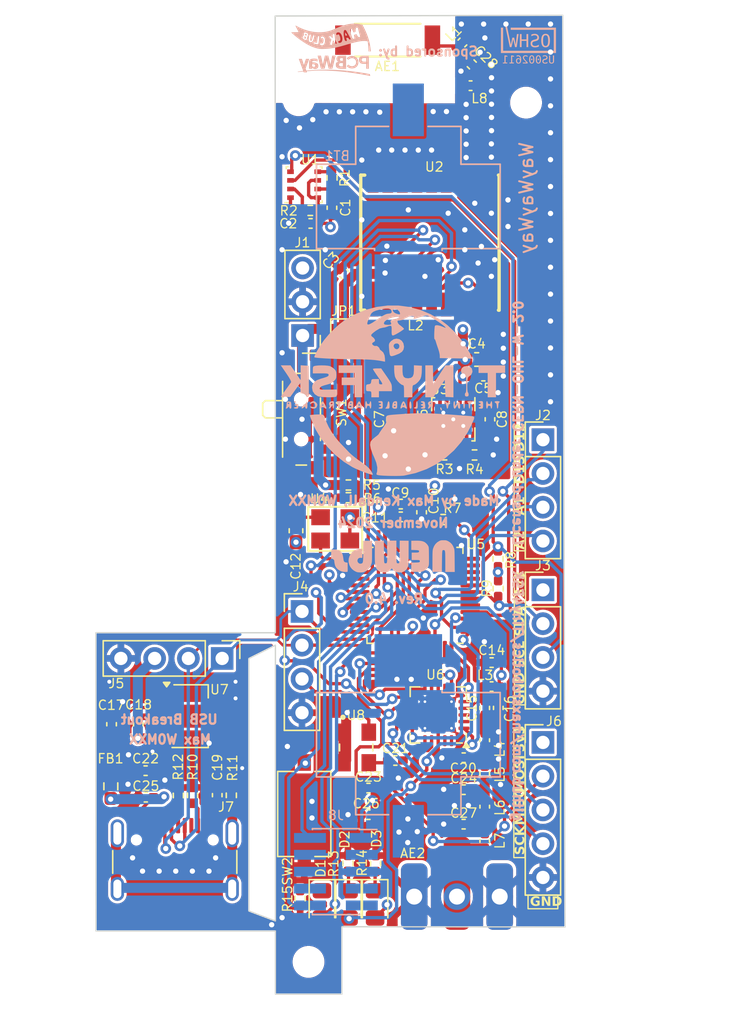
<source format=kicad_pcb>
(kicad_pcb (version 20240108) (generator "pcbnew") (generator_version "8.0")
  (title_block (title "Tiny4FSK"))
  (layers (0 "F.Cu" signal "Sig1.Cu.Front") (1 "In1.Cu" signal "GND.Cu") (2 "In2.Cu" signal "VCC.Cu") (31 "B.Cu" signal "Sig2.Cu.Back") (34 "B.Paste" user) (35 "F.Paste" user) (36 "B.SilkS" user "B.Silkscreen") (37 "F.SilkS" user "F.Silkscreen") (38 "B.Mask" user) (39 "F.Mask" user) (44 "Edge.Cuts" user))
  (net 0 "")
  (net 1 "Earth")
  (net 2 "ANT_GPS")
  (net 3 "Net-(AE2-RF)")
  (net 4 "RF_ANT")
  (net 5 "RF_XO")
  (net 6 "BST_IN")
  (net 7 "+3.3V")
  (net 8 "BATT_SENSE")
  (net 9 "GPIO0")
  (net 10 "GPIO1")
  (net 11 "RF_RST")
  (net 12 "SCK")
  (net 13 "MISO")
  (net 14 "MOSI")
  (net 15 "RF_SS")
  (net 16 "SDA")
  (net 17 "SCL")
  (net 18 "SWDIO")
  (net 19 "SWCLK")
  (net 20 "nRST")
  (net 21 "A1")
  (net 22 "A2")
  (net 23 "D6")
  (net 24 "D7")
  (net 25 "D+")
  (net 26 "D-")
  (net 27 "SUCCESS")
  (net 28 "ERROR")
  (net 29 "TCXO")
  (net 30 "SDN")
  (net 31 "D13")
  (net 32 "D12")
  (net 33 "Net-(C27-Pad1)")
  (net 34 "Net-(U1-CSB)")
  (net 35 "Net-(U1-SDO)")
  (net 37 "Net-(D1-K)")
  (net 38 "Net-(D2-K)")
  (net 39 "Net-(D3-K)")
  (net 40 "+BATT")
  (net 41 "TXD")
  (net 44 "RXD")
  (net 46 "GPS_EN")
  (net 51 "Net-(U3-VAUX)")
  (net 52 "USB")
  (net 53 "LIN")
  (net 54 "Net-(U5-VDDCORE)")
  (net 55 "Net-(C15-Pad2)")
  (net 56 "Net-(J7-SHIELD)")
  (net 57 "Net-(C20-Pad1)")
  (net 58 "Net-(C24-Pad1)")
  (net 59 "Net-(J7-CC1)")
  (net 61 "Net-(J7-CC2)")
  (net 67 "Net-(U3-L)")
  (net 68 "Net-(U3-FB)")
  (net 81 "Net-(U6-XIN)")
  (net 89 "Net-(AE1-A)")
  (footprint "MountingHole:MountingHole_2.2mm_M2" (layer "F.Cu") (at 142.740304 110.576559)
    (property "Reference" "H4" (hide yes))
    (property "Value" "MountingHole" (hide yes))
  )
  (footprint "MountingHole:MountingHole_2.2mm_M2" (layer "F.Cu") (at 159.11 45.93)
    (property "Reference" "H2" (hide yes))
    (property "Value" "MountingHole" (hide yes))
  )
  (footprint "Inductor_SMD:L_0402_1005Metric_Pad0.77x0.64mm_HandSolder" (layer "F.Cu") (at 156 96.39875 -90)
    (property "Reference" "L5")
    (property "Value" "14 nH" (hide yes))
  )
  (footprint "Capacitor_SMD:C_0402_1005Metric_Pad0.74x0.62mm_HandSolder" (layer "F.Cu") (at 149.681921 77.094782 180)
    (property "Reference" "C11")
    (property "Value" "1uF")
  )
  (footprint "Oscillator_TCXO:KDS-1XZA032768AD19" (layer "F.Cu") (at 144.75 78 180)
    (property "Reference" "U4")
    (property "Value" "1XZA032768AD19" (hide yes))
  )
  (footprint "Connector_USB:USB_C_Receptacle_GCT_USB4105-xx-A_16P_TopMnt_Horizontal" (layer "F.Cu") (at 132.676776 103.010139)
    (property "Reference" "J7")
    (property "Value" "USBC")
  )
  (footprint "Resistor_SMD:R_0603_1608Metric_Pad0.98x0.95mm_HandSolder" (layer "F.Cu") (at 127.865 97.365 90)
    (property "Reference" "FB1")
    (property "Value" "BLM18AG121SN1D")
  )
  (footprint "Resistor_SMD:R_0402_1005Metric_Pad0.72x0.64mm_HandSolder" (layer "F.Cu") (at 145.743549 74.699191)
    (property "Reference" "R5")
    (property "Value" "1M")
  )
  (footprint "Connector_PinHeader_2.54mm:PinHeader_1x04_P2.54mm_Vertical" (layer "F.Cu") (at 142.25 84.21)
    (property "Reference" "J4")
    (property "Value" "USB" (hide yes))
  )
  (footprint "Capacitor_SMD:C_0402_1005Metric_Pad0.74x0.62mm_HandSolder" (layer "F.Cu") (at 157.020822 91.468499 90)
    (property "Reference" "C16")
    (property "Value" "100nF")
  )
  (footprint "Jumper:SolderJumper-2_P1.3mm_Open_Pad1.0x1.5mm" (layer "F.Cu") (at 145.415249 63.603719 90)
    (property "Reference" "JP1")
    (property "Value" "Switch EN" (hide yes))
  )
  (footprint "Connector_PinHeader_2.54mm:PinHeader_1x04_P2.54mm_Vertical" (layer "F.Cu") (at 160.38 82.59)
    (property "Reference" "J3")
    (property "Value" "I2C" (hide yes))
  )
  (footprint "Capacitor_SMD:C_0402_1005Metric_Pad0.74x0.62mm_HandSolder" (layer "F.Cu") (at 145.44 58.84 135)
    (property "Reference" "C3")
    (property "Value" "1uF")
  )
  (footprint "MountingHole:MountingHole_2.2mm_M2" (layer "F.Cu") (at 122 58.05)
    (property "Reference" "H3" (hide yes))
    (property "Value" "MountingHole" (hide yes))
  )
  (footprint "Capacitor_SMD:C_0402_1005Metric_Pad0.74x0.62mm_HandSolder" (layer "F.Cu") (at 135.871627 98.032616 -90)
    (property "Reference" "C19")
    (property "Value" "4.7 nF")
  )
  (footprint "Capacitor_SMD:C_0402_1005Metric_Pad0.74x0.62mm_HandSolder" (layer "F.Cu") (at 154.418155 95.216644 180)
    (property "Reference" "C20")
    (property "Value" "8 pF" (hide yes))
  )
  (footprint "MountingHole:MountingHole_2.2mm_M2" (layer "F.Cu") (at 142 45.75)
    (property "Reference" "H1" (hide yes))
    (property "Value" "MountingHole" (hide yes))
  )
  (footprint "Capacitor_SMD:C_0603_1608Metric_Pad1.08x0.95mm_HandSolder" (layer "F.Cu") (at 149.145 69.755 -90)
    (property "Reference" "C7")
    (property "Value" "10 uF")
  )
  (footprint "Inductor_SMD:L_0402_1005Metric_Pad0.77x0.64mm_HandSolder" (layer "F.Cu") (at 156 101.47125 -90)
    (property "Reference" "L7")
    (property "Value" "14 nH" (hide yes))
  )
  (footprint "Inductor_SMD:L_0402_1005Metric_Pad0.77x0.64mm_HandSolder" (layer "F.Cu") (at 154.321015 41.407033 -135)
    (property "Reference" "L1")
    (property "Value" "3.9 nH" (hide yes))
  )
  (footprint "LDO:MCP1700" (layer "F.Cu") (at 133.535 92.09 180)
    (property "Reference" "U7")
    (property "Value" "Linear Step-Down")
  )
  (footprint "Resistor_SMD:R_0402_1005Metric_Pad0.72x0.64mm_HandSolder" (layer "F.Cu") (at 142.872072 54.041843 180)
    (property "Reference" "R2")
    (property "Value" "10k")
  )
  (footprint "Capacitor_SMD:C_0402_1005Metric_Pad0.74x0.62mm_HandSolder" (layer "F.Cu") (at 156.52 88.06 180)
    (property "Reference" "C14")
    (property "Value" "10uF")
  )
  (footprint "Capacitor_SMD:C_0402_1005Metric_Pad0.74x0.62mm_HandSolder" (layer "F.Cu") (at 150.395 69.505 -90)
    (property "Reference" "C6")
    (property "Value" "100 nF")
  )
  (footprint "Package_DFN_QFN:QFN-20-1EP_4x4mm_P0.5mm_EP2.5x2.5mm_ThermalVias" (layer "F.Cu") (at 152.5 92 180)
    (property "Reference" "U6")
    (property "Value" "SI4063" (hide yes))
  )
  (footprint "Capacitor_SMD:C_0402_1005Metric_Pad0.74x0.62mm_HandSolder" (layer "F.Cu") (at 142.894561 55.018579 180)
    (property "Reference" "C2")
    (property "Value" "1uF")
  )
  (footprint "Inductor_SMD:L_0402_1005Metric_Pad0.77x0.64mm_HandSolder" (layer "F.Cu") (at 154.935 44.655)
    (property "Reference" "L8")
    (property "Value" "3.9 nH")
  )
  (footprint "Capacitor_SMD:C_0402_1005Metric_Pad0.74x0.62mm_HandSolder" (layer "F.Cu") (at 129.931512 92.703313 90)
    (property "Reference" "C18")
    (property "Value" "1uF")
  )
  (footprint "RF_GPS_Extended:ATGM336H" (layer "F.Cu") (at 152 56.5 90)
    (property "Reference" "U2")
    (property "Value" "ATGM336H" (hide yes))
  )
  (footprint "Resistor_SMD:R_0402_1005Metric_Pad0.72x0.64mm_HandSolder" (layer "F.Cu") (at 132.945858 98.057619 -90)
    (property "Reference" "R12")
    (property "Value" "5k1")
  )
  (footprint "Resistor_SMD:R_0402_1005Metric_Pad0.72x0.64mm_HandSolder" (layer "F.Cu") (at 157.01 82.49 90)
    (property "Reference" "R9")
    (property "Value" "1.8k")
  )
  (footprint "Resistor_SMD:R_0402_1005Metric_Pad0.72x0.64mm_HandSolder" (layer "F.Cu") (at 152.974335 72.431865)
    (property "Reference" "R3")
    (property "Value" "1M")
  )
  (footprint "Capacitor_SMD:C_0402_1005Metric_Pad0.74x0.62mm_HandSolder" (layer "F.Cu") (at 149.27478 95.423279)
    (property "Reference" "C21")
    (property "Value" "100 pF")
  )
  (footprint "Capacitor_SMD:C_0402_1005Metric_Pad0.74x0.62mm_HandSolder" (layer "F.Cu") (at 130.497092 98.186046 180)
    (property "Reference" "C25")
    (property "Value" "100 nF")
  )
  (footprint "LED_SMD:LED_0805_2012Metric_Pad1.15x1.40mm_HandSolder" (layer "F.Cu") (at 143.75 106.25 -90)
    (property "Reference" "D1")
    (property "Value" "Success" (hide yes))
  )
  (footprint "Connector_PinHeader_2.54mm:PinHeader_1x03_P2.54mm_Vertical" (layer "F.Cu") (at 142.294431 63.452157 180)
    (property "Reference" "J1")
    (property "Value" "Power Ext" (hide yes))
  )
  (footprint "Resistor_SMD:R_0402_1005Metric_Pad0.72x0.64mm_HandSolder" (layer "F.Cu") (at 144.509334 51.589349 -90)
    (property "Reference" "R1")
    (property "Value" "10k")
  )
  (footprint "LED_SMD:LED_0805_2012Metric_Pad1.15x1.40mm_HandSolder" (layer "F.Cu") (at 147.75 106.25 -90)
    (property "Reference" "D3")
    (property "Value" "Power" (hide yes))
  )
  (footprint "Package_SON:Texas_S-PVSON-N10_ThermalVias" (layer "F.Cu") (at 153.635 69.755 -90)
    (property "Reference" "U3")
    (property "Value" "TPS61200DRC" (hide yes))
  )
  (footprint "Resistor_SMD:R_0402_1005Metric_Pad0.72x0.64mm_HandSolder" (layer "F.Cu") (at 157 80.25 90)
    (property "Reference" "R8")
    (property "Value" "1.8k")
  )
  (footprint "Capacitor_SMD:C_0603_1608Metric_Pad1.08x0.95mm_HandSolder" (layer "F.Cu") (at 141.798491 78.138599 90)
    (property "Reference" "C12")
    (property "Value" "10 uF")
  )
  (footprint "Antenna:Antenna_Whip" (layer "F.Cu") (at 153.911023 97.80779)
    (property "Reference" "AE2")
    (property "Value" "TX Antenna" (hide yes))
  )
  (footprint "Inductor_SMD:L_0402_1005Metric_Pad0.77x0.64mm_HandSolder" (layer "F.Cu") (at 156.517022 89.867029 180)
    (property "Reference" "L3")
    (property "Value" "220 nH")
  )
  (footprint "Resistor_SMD:R_0402_1005Metric_Pad0.72x0.64mm_HandSolder" (layer "F.Cu") (at 145.709462 103.165015 90)
    (property "Reference" "R13")
    (property "Value" "330")
  )
  (footprint "Capacitor_SMD:C_0402_1005Metric_Pad0.74x0.62mm_HandSolder" (layer "F.Cu") (at 147.25 97.5 180)
    (property "Reference" "C23")
    (property "Value" "100nF")
  )
  (footprint "Resistor_SMD:R_0402_1005Metric_Pad0.72x0.64mm_HandSolder" (layer "F.Cu") (at 142.11 105.81 -90)
    (property "Reference" "R15")
    (property "Value" "330")
  )
  (footprint "Connector_PinHeader_2.54mm:PinHeader_1x04_P2.54mm_Vertical" (layer "F.Cu") (at 160.38 71.29)
    (property "Reference" "J2")
    (property "Value" "GPIO" (hide yes))
  )
  (footprint "Capacitor_SMD:C_0402_1005Metric_Pad0.74x0.62mm_HandSolder" (layer "F.Cu") (at 155.025 43.055 135)
    (property "Reference" "C28")
    (property "Value" "1.5pF")
  )
  (footprint "Capacitor_SMD:C_0402_1005Metric_Pad0.74x0.62mm_HandSolder" (layer "F.Cu") (at 130.482267 96.192151)
    (property "Reference" "C22")
    (property "Value" "1uF")
  )
  (footprint "Resistor_SMD:R_0402_1005Metric_Pad0.72x0.64mm_HandSolder" (layer "F.Cu") (at 134.017676 98.047671 -90)
    (property "Reference" "R10")
    (property "Value" "5k1")
  )
  (footprint "Resistor_SMD:R_0402_1005Metric_Pad0.72x0.64mm_HandSolder" (layer "F.Cu") (at 136.931918 98.04558 90)
    (property "Reference" "R11")
    (property "Value" "1M")
  )
  (footprint "Connector_PinHeader_2.54mm:PinHeader_1x04_P2.54mm_Vertical" (layer "F.Cu") (at 136.2413 87.746215 -90)
    (property "Reference" "J5")
    (property "Value" "USB Breakout")
  )
  (footprint "Capacitor_SMD:C_0402_1005Metric_Pad0.74x0.62mm_HandSolder" (layer "F.Cu") (at 144.502577 53.840497 -90)
    (property "Reference" "C1")
    (property "Value" "10uF")
  )
  (footprint "Capacitor_SMD:C_0402_1005Metric_Pad0.74x0.62mm_HandSolder" (layer "F.Cu") (at 147.25 99.5)
    (property "Reference" "C26")
    (property "Value" "100 nF")
  )
  (footprint "Package_LGA:Bosch_LGA-8_2.5x2.5mm_P0.65mm_ClockwisePinNumbering" (layer "F.Cu") (at 142.41022 52.10447 90)
    (property "Reference" "U1")
    (property "Value" "BME280" (hide yes))
  )
  (footprint "Connector_PinHeader_2.54mm:PinHeader_1x05_P2.54mm_Vertical" (layer "F.Cu") (at 160.38 94.065)
    (property "Reference" "J6")
    (property "Value" "SPI" (hide yes))
  )
  (footprint "LED_SMD:LED_0805_2012Metric_Pad1.15x1.40mm_HandSolder" (layer "F.Cu") (at 145.75 106.25 -90)
    (property "Reference" "D2")
    (property "Value" "Error" (hide yes))
  )
  (footprint "Capacitor_SMD:C_0603_1608Metric_Pad1.08x0.95mm_HandSolder" (layer "F.Cu") (at 155.395 65.255)
    (property "Reference" "C4")
    (property "Value" "22uF")
  )
  (footprint "Capacitor_SMD:C_0402_1005Metric_Pad0.74x0.62mm_HandSolder" (layer "F.Cu") (at 154.41 97.62125 180)
    (property "Reference" "C24")
    (property "Value" "6 pF" (hide yes))
  )
  (footprint "IND_CONT:LPS3015222MRB" (layer "F.Cu") (at 150.815 65.005 180)
    (property "Reference" "L2")
    (property "Value" "2.2uH" (hide yes))
  )
  (footprint "Capacitor_SMD:C_0402_1005Metric_Pad0.74x0.62mm_HandSolder" (layer "F.Cu") (at 151.25 76.75 -90)
    (property "Reference" "C10")
    (property "Value" "100 nF")
  )
  (footprint "Inductor_SMD:L_0402_1005Metric_Pad0.77x0.64mm_HandSolder" (layer "F.Cu") (at 156 98.89875 -90)
    (property "Reference" "L6")
    (property "Value" "14 nH" (hide yes))
  )
  (footprint "OSC:OSC_ECS-TXO-32CSMV-260-AN-TR" (layer "F.Cu") (at 146.325696 94.446174 -90)
    (property "Reference" "U8")
    (property "Value" "~" (hide yes))
  )
  (footprint "Resistor_SMD:R_0402_1005Metric_Pad0.72x0.64mm_HandSolder" (layer "F.Cu") (at 145.744657 75.654572 180)
    (property "Reference" "R6")
    (property "Value" "1M")
  )
  (footprint "Resistor_SMD:R_0402_1005Metric_Pad0.72x0.64mm_HandSolder" (layer "F.Cu") (at 152.874671 77.296768)
    (property "Reference" "R7")
    (property "Value" "220")
  )
  (footprint "Capacitor_SMD:C_0402_1005Metric_Pad0.74x0.62mm_HandSolder" (layer "F.Cu") (at 156.395 69.755 -90)
    (property "Reference" "C8")
    (property "Value" "100nF")
  )
  (footprint "Resistor_SMD:R_0402_1005Metric_Pad0.72x0.64mm_HandSolder" (layer "F.Cu") (at 147.789462 103.175015 90)
    (property "Reference" "R14")
    (property "Value" "330")
  )
  (footprint "Capacitor_SMD:C_0402_1005Metric_Pad0.74x0.62mm_HandSolder" (layer "F.Cu") (at 127.920231 92.697138 90)
    (property "Reference" "C17")
    (property "Value" "100 nF")
  )
  (footprint "Package_QFP:TQFP-48_7x7mm_P0.5mm" (layer "F.Cu") (at 150.75 83 -90)
    (property "Reference" "U5")
    (property "Value" "ATSAMD21G18A-A" (hide yes))
  )
  (footprint "RF_Antenna_Extended:ANT_1575AT_JOT" (layer "F.Cu") (at 148.696283 41.229283 180)
    (property "Reference" "AE1")
    (property "Value" "1575AT43A0040")
  )
  (footprint "Button_Switch_SMD:SW_SPDT_PCM12" (layer "F.Cu") (at 142.519224 69.750085 -90)
    (property "Reference" "SW1")
    (property "Value" "Power Switch")
  )
  (footprint "Capacitor_SMD:C_0402_1005Metric_Pad0.74x0.62mm_HandSolder" (layer "F.Cu") (at 149.681921 76.133145)
    (property "Reference" "C9")
    (property "Value" "100nF")
  )
  (footprint "Capacitor_SMD:C_0402_1005Metric_Pad0.74x0.62mm_HandSolder" (layer "F.Cu") (at 155.895 66.505)
    (property "Reference" "C5")
    (property "Value" "100nF")
  )
  (footprint "Resistor_SMD:R_0402_1005Metric_Pad0.72x0.64mm_HandSolder" (layer "F.Cu") (at 155.235148 72.439291)
    (property "Reference" "R4")
    (property "Value" "180k")
  )
  (footprint "Button_Switch_SMD:SW_Tactile_SPST_NO_Straight_CK_PTS636Sx25SMTRLFS" (layer "F.Cu") (at 142.42 99.45 90)
    (property "Reference" "SW2")
    (property "Value" "RST")
  )
  (footprint "Inductor_SMD:L_0402_1005Metric_Pad0.77x0.64mm_HandSolder" (layer "F.Cu") (at 156 93.89875 -90)
    (property "Reference" "L4")
    (property "Value" "14 nH" (hide yes))
  )
  (footprint "Capacitor_SMD:C_0402_1005Metric_Pad0.74x0.62mm_HandSolder" (layer "F.Cu") (at 154.41341 100.215963 180)
    (property "Reference" "C27")
    (property "Value" "5 pF" (hide yes))
  )
  (footprint "Capacitor_SMD:C_0402_1005Metric_Pad0.74x0.62mm_HandSolder" (layer "F.Cu") (at 156 91.47125 -90)
    (property "Reference" "C15")
    (property "Value" "9.1 pF" (hide yes))
  )
  (footprint "LOGO" (layer "B.Cu") (at 144.424308 41.028445 180)
    (property "Reference" "G***" (hide yes))
    (property "Value" "LOGO" (hide yes))
  )
  (footprint "LOGO" (layer "B.Cu") (at 149.103185 80.071512 180)
    (property "Reference" "G***" (hide yes))
    (property "Value" "LOGO" (hide yes))
  )
  (footprint "LOGO" (layer "B.Cu") (at 159.29 41.52 180)
    (property "Reference" "G***" (hide yes))
    (property "Value" "LOGO" (hide yes))
  )
  (footprint "LOGO" (layer "B.Cu") (at 149.126879 67.469327 180)
    (property "Reference" "G***" (hide yes))
    (property "Value" "LOGO" (hide yes))
  )
  (footprint "LOGO" (layer "B.Cu") (at 144.68 43.14 180)
    (property "Reference" "G***" (hide yes))
    (property "Value" "LOGO" (hide yes))
  )
  (footprint "BatteryExtended:BAT_53" (layer "B.Cu") (at 150.25 74.9 -90)
    (property "Reference" "BT1")
    (property "Value" "BK-53" (hide yes))
  )
  (footprint "Connector_PinHeader_1.27mm:PinHeader_2x05_P1.27mm_Vertical_SMD" (layer "B.Cu") (at 144.8 103.79 180)
    (property "Reference" "J8")
    (property "Value" "SWD" (hide yes))
  )
  (gr_rect (start 159.26 105.55) (end 161.5 106.58) (stroke (width 0.1)) (fill none) (layer "F.SilkS"))
  (gr_rect (start 158.22 70.35) (end 159.06 79.65) (stroke (width 0.1)) (fill none) (layer "F.SilkS"))
  (gr_rect (start 158.19 93.12) (end 159.03 102.73) (stroke (width 0.1)) (fill none) (layer "F.SilkS"))
  (gr_rect (start 158.23 81.52) (end 159.07 91.24) (stroke (width 0.1)) (fill none) (layer "F.SilkS"))
  (gr_poly (pts (xy 138.25 87.75) (xy 140.25 86.75) (xy 140.25 87.75) (xy 140.25 106.75) (xy 140.25 107.5) (xy 138.25 106.75)) (stroke (width 0.1)) (fill none) (layer "Edge.Cuts"))
  (gr_poly (pts (xy 140.25 108.25) (xy 126.75 108.25) (xy 126.742769 85.814258) (xy 140.242769 85.814258) (xy 140.230818 39.412949) (xy 161.87 39.36) (xy 162.04 107.95) (xy 145.25 107.931356) (xy 145.25 109) (xy 145.25 113) (xy 140.25 113)) (stroke (width 0.1)) (fill none) (layer "Edge.Cuts"))
  (gr_text "Sponsored by:" (at 155.56 42.49 0) (layer "B.SilkS") (effects (font (size 0.7 0.7)) (justify left bottom mirror)))
  (gr_text "Made by Max Kendall, W0MXX" (at 157.204042 76.290364 0) (layer "B.SilkS") (effects (font (size 0.7 0.7) (thickness 0.175) (bold yes)) (justify left bottom mirror)))
  (gr_text "github.com/maxsrobotics/Tiny4FSK" (at 158.066401 100.071244 -90) (layer "B.SilkS") (effects (font (size 0.7 0.7) (thickness 0.175) (bold yes)) (justify left bottom mirror)))
  (gr_text "Rev. 4.0" (at 151.470709 83.67 0) (layer "B.SilkS") (effects (font (size 0.7 0.7) (thickness 0.175) (bold yes)) (justify left bottom mirror)))
  (gr_text "November 2024\n" (at 149.094876 77.96 0) (layer "B.SilkS") (effects (font (size 0.7 0.7) (thickness 0.175) (bold yes)) (justify bottom mirror)))
  (gr_text "Max W0MXX" (at 135.5 94.25 0) (layer "B.SilkS") (effects (font (size 0.7 0.7) (thickness 0.175) (bold yes)) (justify left bottom mirror)))
  (gr_text "USB Breakout" (at 136 92.75 0) (layer "B.SilkS") (effects (font (size 0.7 0.7) (thickness 0.175) (bold yes)) (justify left bottom mirror)))
  (gr_text "WayWayWay\n" (at 159.72 48.79 90) (layer "B.SilkS") (effects (font (size 1 1)) (justify left bottom mirror)))
  (gr_text "Licensed under CERN-OHL-W-2.0" (at 158.066401 79.35 -90) (layer "B.SilkS") (effects (font (size 0.7 0.7) (thickness 0.175) (bold yes)) (justify left bottom mirror)))
  (gr_text "3v3" (at 159.09 94.79 90) (layer "F.SilkS") (effects (font (size 0.7 0.7) (thickness 0.175) (bold yes)) (justify left bottom)))
  (gr_text "D12" (at 159.09 72.21 90) (layer "F.SilkS") (effects (font (size 0.7 0.7) (thickness 0.175) (bold yes)) (justify left bottom)))
  (gr_text "GND" (at 159.4 106.48 0) (layer "F.SilkS") (effects (font (size 0.7 0.7) (thickness 0.175) (bold yes)) (justify left bottom)))
  (gr_text "SCK" (at 159.09 102.54 90) (layer "F.SilkS") (effects (font (size 0.7 0.7) (thickness 0.175) (bold yes)) (justify left bottom)))
  (gr_text "D13" (at 159.09 74.651231 90) (layer "F.SilkS") (effects (font (size 0.7 0.7) (thickness 0.175) (bold yes)) (justify left bottom)))
  (gr_text "MISO" (at 159.09 100.3 90) (layer "F.SilkS") (effects (font (size 0.7 0.7) (thickness 0.175) (bold yes)) (justify left bottom)))
  (gr_text "A2" (at 159.09 79.56 90) (layer "F.SilkS") (effects (font (size 0.7 0.7) (thickness 0.175) (bold yes)) (justify left bottom)))
  (gr_text "GND" (at 159.09 91.22 90) (layer "F.SilkS") (effects (font (size 0.7 0.7) (thickness 0.175) (bold yes)) (justify left bottom)))
  (gr_text "A1" (at 159.09 76.99 90) (layer "F.SilkS") (effects (font (size 0.7 0.7) (thickness 0.175) (bold yes)) (justify left bottom)))
  (gr_text "SCL" (at 159.09 88.47 90) (layer "F.SilkS") (effects (font (size 0.7 0.7) (thickness 0.175) (bold yes)) (justify left bottom)))
  (gr_text "SDA" (at 159.09 86.09 90) (layer "F.SilkS") (effects (font (size 0.7 0.7) (thickness 0.175) (bold yes)) (justify left bottom)))
  (gr_text "3v3" (at 159.09 83.16 90) (layer "F.SilkS") (effects (font (size 0.7 0.7) (thickness 0.175) (bold yes)) (justify left bottom)))
  (gr_text "MOSI" (at 159.09 97.88 90) (layer "F.SilkS") (effects (font (size 0.7 0.7) (thickness 0.175) (bold yes)) (justify left bottom)))
  (segment (start 148.75 75.768724) (end 149.114421 76.133145) (width 0.25) (layer "F.Cu") (net 1))
  (segment (start 145.575 91.895) (end 145.575 95.39687) (width 0.75) (layer "F.Cu") (net 1))
  (segment (start 153.635 71.515) (end 154.135 71.515) (width 0.25) (layer "F.Cu") (net 1))
  (segment (start 153.92 70.04) (end 153.635 69.755) (width 0.75) (layer "F.Cu") (net 1))
  (segment (start 145.65 91.82) (end 145.575 91.895) (width 0.75) (layer "F.Cu") (net 1))
  (segment (start 153.92 71.23) (end 153.92 70.04) (width 0.75) (layer "F.Cu") (net 1))
  (segment (start 129.931512 92.135813) (end 129.005231 93.062094) (width 0.25) (layer "F.Cu") (net 1))
  (segment (start 144.509334 52.186849) (end 144.266713 52.42947) (width 0.25) (layer "F.Cu") (net 1))
  (segment (start 149.114421 77.094782) (end 149.114421 76.133145) (width 0.25) (layer "F.Cu") (net 1))
  (segment (start 154.135 71.23) (end 153.92 71.23) (width 0.25) (layer "F.Cu") (net 1))
  (segment (start 143.65 77.125) (end 141.94959 77.125) (width 0.25) (layer "F.Cu") (net 1))
  (segment (start 141.38522 53.07947) (end 141.38522 54.86478) (width 0.25) (layer "F.Cu") (net 1))
  (segment (start 153.95 79.55) (end 154.25 79.25) (width 0.25) (layer "F.Cu") (net 1))
  (segment (start 141.94959 77.125) (end 141.798491 77.276099) (width 0.25) (layer "F.Cu") (net 1))
  (segment (start 154.9125 80.75) (end 154.175001 80.75) (width 0.25) (layer "F.Cu") (net 1))
  (segment (start 145.30531 81.631654) (end 145.923656 82.25) (width 0.25) (layer "F.Cu") (net 1))
  (segment (start 129.005231 93.062094) (end 129.005231 94.807858) (width 0.25) (layer "F.Cu") (net 1))
  (segment (start 129.615 98.322122) (end 129.615 100.255) (width 0.25) (layer "F.Cu") (net 1))
  (segment (start 153.635 71.23) (end 154.135 71.23) (width 0.25) (layer "F.Cu") (net 1))
  (segment (start 145.30531 81.505781) (end 145.30531 81.631654) (width 0.25) (layer "F.Cu") (net 1))
  (segment (start 145.923656 82.25) (end 146.5875 82.25) (width 0.25) (layer "F.Cu") (net 1))
  (segment (start 153.92 71.23) (end 153.635 71.515) (width 0.25) (layer "F.Cu") (net 1))
  (segment (start 151 78.8375) (end 151 77.5675) (width 0.25) (layer "F.Cu") (net 1))
  (segment (start 148.75 75) (end 148.75 75.768724) (width 0.25) (layer "F.Cu") (net 1))
  (segment (start 151.25 77.3175) (end 151.25 77.25) (width 0.25) (layer "F.Cu") (net 1))
  (segment (start 145.75 99.5375) (end 145.7125 99.5) (width 0.25) (layer "F.Cu") (net 1))
  (segment (start 151.382122 84.707383) (end 151.382122 85.51752) (width 0.2) (layer "F.Cu") (net 1))
  (segment (start 151.382122 85.51752) (end 150.5 86.399642) (width 0.2) (layer "F.Cu") (net 1))
  (segment (start 145.375696 95.596174) (end 145.375696 93.296174) (width 0.75) (layer "F.Cu") (net 1))
  (segment (start 153.85 71.23) (end 154.135 71.515) (width 0.25) (layer "F.Cu") (net 1))
  (segment (start 129.005231 94.807858) (end 129.192696 94.995323) (width 0.25) (layer "F.Cu") (net 1))
  (segment (start 151.25 77.25) (end 151.3175 77.25) (width 0.25) (layer "F.Cu") (net 1))
  (segment (start 153.95 80.524999) (end 153.95 79.55) (width 0.25) (layer "F.Cu") (net 1))
  (segment (start 154.175001 80.75) (end 153.95 80.524999) (width 0.25) (layer "F.Cu") (net 1))
  (segment (start 153.635 71.23) (end 153.85 71.23) (width 0.25) (layer "F.Cu") (net 1))
  (segment (start 145.575 95.39687) (end 145.375696 95.596174) (width 0.75) (layer "F.Cu") (net 1))
  (segment (start 151 77.5675) (end 151.25 77.3175) (width 0.25) (layer "F.Cu") (net 1))
  (segment (start 152.5 93.9375) (end 152.5 92) (width 0.25) (layer "F.Cu") (net 1))
  (segment (start 144.266713 52.42947) (end 143.43522 52.42947) (width 0.25) (layer "F.Cu") (net 1))
  (segment (start 150.5 86.399642) (end 150.5 87.1625) (width 0.2) (layer "F.Cu") (net 1))
  (segment (start 151.3175 77.25) (end 151.25 77.3175) (width 0.25) (layer "F.Cu") (net 1))
  (segment (start 141.38522 54.86478) (end 141.25 55) (width 0.25) (layer "F.Cu") (net 1))
  (via (at 157 67.75) (size 0.8) (drill 0.4) (layers "F.Cu" "B.Cu") (net 1))
  (via (at 156.51 46.047142) (size 0.8) (drill 0.4) (layers "F.Cu" "B.Cu") (net 1))
  (via (at 146.75 54.75) (size 0.8) (drill 0.4) (layers "F.Cu" "B.Cu") (net 1))
  (via (at 150.25 73.5) (size 0.8) (drill 0.4) (layers "F.Cu" "B.Cu") (net 1))
  (via (at 156.51 48.03857) (size 0.8) (drill 0.4) (layers "F.Cu" "B.Cu") (net 1))
  (via (at 149.145 70.6175) (size 0.8) (drill 0.4) (layers "F.Cu" "B.Cu") (net 1))
  (via (at 154.100761 73.460013) (size 0.8) (drill 0.4) (layers "F.Cu" "B.Cu") (net 1))
  (via (at 140.75 64.75) (size 0.8) (drill 0.4) (layers "F.Cu" "B.Cu") (net 1))
  (via (at 155.25 53.5) (size 0.8) (drill 0.4) (layers "F.Cu" "B.Cu") (net 1))
  (via (at 148.5 72.5) (size 0.8) (drill 0.4) (layers "F.Cu" "B.Cu") (net 1))
  (via (at 146.75 60.5) (size 0.8) (drill 0.4) (layers "F.Cu" "B.Cu") (net 1))
  (via (at 160.95 40.02) (size 0.8) (drill 0.4) (layers "F.Cu" "B.Cu") (net 1))
  (via (at 150 49.5) (size 0.8) (drill 0.4) (layers "F.Cu" "B.Cu") (net 1))
  (via (at 130.25 103.75) (size 0.8) (drill 0.4) (layers "F.Cu" "B.Cu") (net 1))
  (via (at 154.6 47.06) (size 0.8) (drill 0.4) (layers "F.Cu" "B.Cu") (net 1))
  (via (at 131 94.75) (size 0.6) (drill 0.3) (layers "F.Cu" "B.Cu") (net 1))
  (via (at 160.95 42.123877) (size 0.8) (drill 0.4) (layers "F.Cu" "B.Cu") (net 1))
  (via (at 155.9175 40.02) (size 0.8) (drill 0.4) (layers "F.Cu" "B.Cu") (net 1))
  (via (at 149.393582 89.315344) (size 0.8) (drill 0.4) (layers "F.Cu" "B.Cu") (net 1))
  (via (at 157.398495 66.5) (size 0.8) (drill 0.4) (layers "F.Cu" "B.Cu") (net 1))
  (via (at 156.5 59) (size 0.8) (drill 0.4) (layers "F.Cu" "B.Cu") (net 1))
  (via (at 143 98.5) (size 0.8) (drill 0.4) (layers "F.Cu" "B.Cu") (net 1))
  (via (at 128.75 91) (size 0.8) (drill 0.4) (layers "F.Cu" "B.Cu") (net 1))
  (via (at 145.75 71.5) (size 0.8) (drill 0.4) (layers "F.Cu" "B.Cu") (net 1))
  (via (at 156.5 49.034284) (size 0.8) (drill 0.4) (layers "F.Cu" "B.Cu") (net 1))
  (via (at 154.21 43.56) (size 0.8) (drill 0.4) (layers "F.Cu" "B.Cu") (net 1))
  (via (at 150.47 89.32) (size 0.8) (drill 0.4) (layers "F.Cu" "B.Cu") (net 1))
  (via (at 127.75 89.5) (size 0.6) (drill 0.3) (layers "F.Cu" "B.Cu") (net 1))
  (via (at 152.77 95.23) (size 0.8) (drill 0.4) (layers "F.Cu" "B.Cu") (net 1))
  (via (at 156.51 47.042856) (size 0.8) (drill 0.4) (layers "F.Cu" "B.Cu") (net 1))
  (via (at 140.75 57) (size 0.8) (drill 0.4) (layers "F.Cu" "B.Cu") (net 1))
  (via (at 156.75 57.75) (size 0.8) (drill 0.4) (layers "F.Cu" "B.Cu") (net 1))
  (via (at 147.06 46.62) (size 0.8) (drill 0.4) (layers "F.Cu" "B.Cu") (net 1))
  (via (at 131.5 103.75) (size 0.8) (drill 0.4) (layers "F.Cu" "B.Cu") (net 1))
  (via (at 129.156247 97.211402) (size 0.8) (drill 0.4) (layers "F.Cu" "B.Cu") (net 1))
  (via (at 160.95 54.267139) (size 0.8) (drill 0.4) (layers "F.Cu" "B.Cu") (net 1))
  (via (at 156.640503 72.436099) (size 0.8) (drill 0.4) (layers "F.Cu" "B.Cu") (net 1))
  (via (at 157.398495 63.363147) (size 0.8) (drill 0.4) (layers "F.Cu" "B.Cu") (net 1))
  (via (at 140.75 50) (size 0.8) (drill 0.4) (layers "F.Cu" "B.Cu") (net 1))
  (via (at 155.65 42.14) (size 0.8) (drill 0.4) (layers "F.Cu" "B.Cu") (net 1))
  (via (at 156.5 54.25) (size 0.8) (drill 0.4) (layers "F.Cu" "B.Cu") (net 1))
  (via (at 142.25 69.75) (size 0.8) (drill 0.4) (layers "F.Cu" "B.Cu") (net 1))
  (via (at 144.06 46.62) (size 0.8) (drill 0.4) (layers "F.Cu" "B.Cu") (net 1))
  (via (at 142.06 47.83) (size 0.8) (drill 0.4) (layers "F.Cu" "B.Cu") (net 1))
  (via (at 160.95 68.434286) (size 0.8) (drill 0.4) (layers "F.Cu" "B.Cu") (net 1))
  (via (at 156.51 43.06) (size 0.8) (drill 0.4) (layers "F.Cu" "B.Cu") (net 1))
  (via (at 152.91 100.21) (size 0.8) (drill 0.4) (layers "F.Cu" "B.Cu") (net 1))
  (via (at 145.7125 99.5) (size 0.8) (drill 0.4) (layers "F.Cu" "B.Cu") (net 1))
  (via (at 143 99.75) (size 0.8) (drill 0.4) (layers "F.Cu" "B.Cu") (net 1))
  (via (at 141 71.25) (size 0.8) (drill 0.4) (layers "F.Cu" "B.Cu") (net 1))
  (via (at 142.14 75.41) (size 0.8) (drill 0.4) (layers "F.Cu" "B.Cu") (net 1))
  (via (at 160.95 56.291016) (size 0.8) (drill 0.4) (layers "F.Cu" "B.Cu") (net 1))
  (via (at 145.75 72.75) (size 0.8) (drill 0.4) (layers "F.Cu" "B.Cu") (net 1))
  (via (at 141.15 94.37) (size 0.8) (drill 0.4) (layers "F.Cu" "B.Cu") (net 1))
  (via (at 137.25 89.5) (size 0.6) (drill 0.3) (layers "F.Cu" "B.Cu") (net 1))
  (via (at 148.636558 56.72837) (size 0.8) (drill 0.4) (layers "F.Cu" "B.Cu") (net 1))
  (via (at 153.25 54.25) (size 0.8) (drill 0.4) (layers "F.Cu" "B.Cu") (net 1))
  (via (at 154.6 46.06) (size 0.8) (drill 0.4) (layers "F.Cu" "B.Cu") (net 1))
  (via (at 160.95 64.386524) (size 0.8) (drill 0.4) (layers "F.Cu" "B.Cu") (net 1))
  (via (at 157.04 95.31) (size 0.8) (drill 0.4) (layers "F.Cu" "B.Cu") (net 1))
  (via (at 141.05104 80.47802) (size 0.8) (drill 0.4) (layers "F.Cu" "B.Cu") (net 1))
  (via (at 141.06 47.27) (size 0.8) (drill 0.4) (layers "F.Cu" "B.Cu") (net 1))
  (via (at 157.04 93.27) (size 0.8) (drill 0.4) (layers "F.Cu" "B.Cu") (net 1))
  (via (at 155.5 58) (size 0.8) (drill 0.4) (layers "F.Cu" "B.Cu") (net 1))
  (via (at 154.5 57) (size 0.8) (drill 0.4) (layers "F.Cu" "B.Cu") (net 1))
  (via (at 152.12 46.6) (size 0.8) (drill 0.4) (layers "F.Cu" "B.Cu") (net 1))
  (via (at 148.1 46.65) (size 0.8) (drill 0.4) (layers "F.Cu" "B.Cu") (net 1))
  (via (at 145.65 91.82) (size 0.8) (drill 0.4) (layers "F.Cu" "B.Cu") (net 1))
  (via (at 160.95 66.410401) (size 0.8) (drill 0.4) (layers "F.Cu" "B.Cu") (net 1))
  (via (at 157.75 53.25) (size 0.8) (drill 0.4) (layers "F.Cu" "B.Cu") (net 1))
  (via (at 143.06 47.21) (size 0.8) (drill 0.4) (layers "F.Cu" "B.Cu") (net 1))
  (via (at 151 49.5) (size 0.8) (drill 0.4) (layers "F.Cu" "B.Cu") (net 1))
  (via (at 141.25 55) (size 0.8) (drill 0.4) (layers "F.Cu" "B.Cu") (net 1))
  (via (at 160.95 44.147754) (size 0.8) (drill 0.4) (layers "F.Cu" "B.Cu") (net 1))
  (via (at 151.382122 84.707383) (size 0.8) (drill 0.4) (layers "F.Cu" "B.Cu") (net 1))
  (via (at 157.398495 65.454381) (size 0.8) (drill 0.4) (layers "F.Cu" "B.Cu") (net 1))
  (via (at 135.75 102.75) (size 0.8) (drill 0.4) (layers "F.Cu" "B.Cu") (net 1))
  (via (at 157.04 94.29) (size 0.8) (drill 0.4) (layers "F.Cu" "B.Cu") (net 1))
  (via (at 156.895 71.25) (size 0.8) (drill 0.4) (layers "F.Cu" "B.Cu") (net 1))
  (via (at 155.97 86.49) (size 0.8) (drill 0.4) (layers "F.Cu" "B.Cu") (net 1))
  (via (at 155.75 56.75) (size 0.8) (drill 0.4) (layers "F.Cu" "B.Cu") (net 1))
  (via (at 137.25 90.75) (size 0.6) (drill 0.3) (layers "F.Cu" "B.Cu") (net 1))
  (via (at 160.95 50.219385) (size 0.8) (drill 0.4) (layers "F.Cu" "B.Cu") (net 1))
  (via (at 157.75 55.25) (size 0.8) (drill 0.4) (layers "F.Cu" "B.Cu") (net 1))
  (via (at 146.75 50.25) (size 0.8) (drill 0.4) (layers "F.Cu" "B.Cu") (net 1))
  (via (at 157.595 40.02) (size 0.8) (drill 0.4) (layers "F.Cu" "B.Cu") (net 1))
  (via (at 140.75 107.25) (size 0.8) (drill 0.4) (layers "F.Cu" "B.Cu") (net 1))
  (via (at 148.75 75) (size 0.8) (drill 0.4) (layers "F.Cu" "B.Cu") (net 1))
  (via (at 156.51 45.051428) (size 0.8) (drill 0.4) (layers "F.Cu" "B.Cu") (net 1))
  (via (at 149 49.5) (size 0.8) (drill 0.4) (layers "F.Cu" "B.Cu") (net 1))
  (via (at 141 68.25) (size 0.8) (drill 0.4) (layers "F.Cu" "B.Cu") (net 1))
  (via (at 160.95 60.33877) (size 0.8) (drill 0.4) (layers "F.Cu" "B.Cu") (net 1))
  (via (at 150.206745 101.598744) (size 0.8) (drill 0.4) (layers "F.Cu" "B.Cu") (net 1))
  (via (at 154.6 50.06) (size 0.8) (drill 0.4) (layers "F.Cu" "B.Cu") (net 1))
  (via (at 148.02 49.5) (size 0.8) (drill 0.4) (layers "F.Cu" "B.Cu") (net 1))
  (via (at 153.75 75.75) (size 0.8) (drill 0.4) (layers "F.Cu" "B.Cu") (net 1))
  (via (at 144 57) (size 0.8) (drill 0.4) (layers "F.Cu" "B.Cu") (net 1))
  (via (at 154.25 79.25) (size 0.8) (drill 0.4) (layers "F.Cu" "B.Cu") (net 1))
  (via (at 151.25 77.25) (size 0.8) (drill 0.4) (layers "F.Cu" "B.Cu") (net 1))
  (via (at 132.75 103.75) (size 0.8) (drill 0.4) (layers "F.Cu" "B.Cu") (net 1))
  (via (at 160.95 62.362647) (size 0.8) (drill 0.4) (layers "F.Cu" "B.Cu") (net 1))
  (via (at 135.257753 94.120555) (size 0.8) (drill 0.4) (layers "F.Cu" "B.Cu") (net 1))
  (via (at 160.95 48.195508) (size 0.8) (drill 0.4) (layers "F.Cu" "B.Cu") (net 1))
  (via (at 156.5 50.03) (size 0.8) (drill 0.4) (layers "F.Cu" "B.Cu") (net 1))
  (via (at 131.93 96.9) (size 0.8) (drill 0.4) (layers "F.Cu" "B.Cu") (net 1))
  (via (at 152.91 97.595) (size 0.8) (drill 0.4) (layers "F.Cu" "B.Cu") (net 1))
  (via (at 160.95 58.314893) (size 0.8) (drill 0.4) (layers "F.Cu" "B.Cu") (net 1))
  (via (at 154.6 49.06) (size 0.8) (drill 0.4) (layers "F.Cu" "B.Cu") (net 1))
  (via (at 153.72 98.82) (size 0.8) (drill 0.4) (layers "F.Cu" "B.Cu") (net 1))
  (via (at 150.924913 100.777203) (size 0.8) (drill 0.4) (layers "F.Cu" "B.Cu") (net 1))
  (via (at 157.398495 64.408764) (size 0.8) (drill 0.4) (layers "F.Cu" "B.Cu") (net 1))
  (via (at 152 49.5) (size 0.8) (drill 0.4) (layers "F.Cu" "B.Cu") (net 1))
  (via (at 145.30531 81.505781) (size 0.8) (drill 0.4) (layers "F.Cu" "B.Cu") (net 1))
  (via (at 150.217626 99.825086) (size 0.8) (drill 0.4) (layers "F.Cu" "B.Cu") (net 1))
  (via (at 150.25 54) (size 0.8) (drill 0.4) (layers "F.Cu" "B.Cu") (net 1))
  (via (at 149.548424 100.809847) (size 0.8) (drill 0.4) (layers "F.Cu" "B.Cu") (net 1))
  (via (at 154.24 40.02) (size 0.8) (drill 0.4) (layers "F.Cu" "B.Cu") (net 1))
  (via (at 146.06 46.62) (size 0.8) (drill 0.4) (layers "F.Cu" "B.Cu") (net 1))
  (via (at 139.967157 107.782843) (size 0.8) (drill 0.4) (layers "F.Cu" "B.Cu") (net 1))
  (via (at 129.192696 94.995323) (size 0.8) (drill 0.4) (layers "F.Cu" "B.Cu") (net 1))
  (via (at 156.51 44.055714) (size 0.8) (drill 0.4) (layers "F.Cu" "B.Cu") (net 1))
  (via (at 156.01 41.06) (size 0.8) (drill 0.4) (layers "F.Cu" "B.Cu") (net 1))
  (via (at 153.12 46.6) (size 0.8) (drill 0.4) (layers "F.Cu" "B.Cu") (net 1))
  (via (at 159.2725 40.02) (size 0.8) (drill 0.4) (layers "F.Cu" "B.Cu") (net 1))
  (via (at 160.95 52.243262) (size 0.8) (drill 0.4) (layers "F.Cu" "B.Cu") (net 1))
  (via (at 137.75 96) (size 0.6) (drill 0.3) (layers "F.Cu" "B.Cu") (net 1))
  (via (at 135.25 103.75) (size 0.8) (drill 0.4) (layers "F.Cu" "B.Cu") (net 1))
  (via (at 154.6 48.06) (size 0.8) (drill 0.4) (layers "F.Cu" "B.Cu") (net 1))
  (via (at 154.5 55.5) (size 0.8) (drill 0.4) (layers "F.Cu" "B.Cu") (net 1))
  (via (at 154.77 98.81) (size 0.8) (drill 0.4) (layers "F.Cu" "B.Cu") (net 1))
  (via (at 157.19 97.23) (size 0.8) (drill 0.4) (layers "F.Cu" "B.Cu") (net 1))
  (via (at 134 103.75) (size 0.8) (drill 0.4) (layers "F.Cu" "B.Cu") (net 1))
  (via (at 160.95 46.171631) (size 0.8) (drill 0.4) (layers "F.Cu" "B.Cu") (net 1))
  (via (at 145.06 46.62) (size 0.8) (drill 0.4) (layers "F.Cu" "B.Cu") (net 1))
  (via (at 149.5 96.75) (size 0.8) (drill 0.4) (layers "F.Cu" "B.Cu") (net 1))
  (via (at 129.5 102.75) (size 0.8) (drill 0.4) (layers "F.Cu" "B.Cu") (net 1))
  (segment (start 149.5 96.75) (end 149.5 97.05) (width 0.25) (layer "B.Cu") (net 1))
  (segment (start 146.75 103.79) (end 146.75 102.52) (width 0.25) (layer "B.Cu") (net 1))
  (segment (start 147.7 102.52) (end 146.75 102.52) (width 0.25) (layer "B.Cu") (net 1))
  (segment (start 149.5 97.05) (end 148.275 98.275) (width 0.25) (layer "B.Cu") (net 1))
  (segment (start 148.275 101.945) (end 147.7 102.52) (width 0.25) (layer "B.Cu") (net 1))
  (segment (start 148.275 98.275) (end 148.275 101.945) (width 0.25) (layer "B.Cu") (net 1))
  (segment (start 155.5075 51.601555) (end 155.302759 51.806296) (width 0.25) (layer "F.Cu") (net 2))
  (segment (start 155.426283 44.573783) (end 155.5075 44.655) (width 0.25) (layer "F.Cu") (net 2))
  (segment (start 155.302759 51.806296) (end 155.53 51.579055) (width 0.25) (layer "F.Cu") (net 2))
  (segment (start 155.426283 43.456283) (end 155.426283 44.573783) (width 0.25) (layer "F.Cu") (net 2))
  (segment (start 155.5075 44.655) (end 155.5075 51.601555) (width 0.25) (layer "F.Cu") (net 2))
  (segment (start 156 102.04375) (end 154.28625 102.04375) (width 0.75) (layer "F.Cu") (net 3))
  (segment (start 153.911023 102.418977) (end 153.911023 105.66579) (width 0.75) (layer "F.Cu") (net 3))
  (segment (start 154.28625 102.04375) (end 153.911023 102.418977) (width 0.75) (layer "F.Cu") (net 3))
  (segment (start 154.4375 91.5) (end 154.864386 91.5) (width 0.2) (layer "F.Cu") (net 4))
  (segment (start 154.864386 91.5) (end 155.364386 91) (width 0.2) (layer "F.Cu") (net 4))
  (segment (start 156 89.922507) (end 155.944522 89.867029) (width 0.75) (layer "F.Cu") (net 4))
  (segment (start 156 90.90375) (end 156 89.922507) (width 0.75) (layer "F.Cu") (net 4))
  (segment (start 155.364386 91) (end 155.90375 91) (width 0.2) (layer "F.Cu") (net 4))
  (segment (start 155.90375 91) (end 156 90.90375) (width 0.2) (layer "F.Cu") (net 4))
  (segment (start 148.534385 95.596174) (end 147.275696 95.596174) (width 0.25) (layer "F.Cu") (net 5))
  (segment (start 148.70728 95.423279) (end 148.534385 95.596174) (width 0.25) (layer "F.Cu") (net 5))
  (segment (start 149.145 68.8925) (end 149.07 68.9675) (width 0.75) (layer "F.Cu") (net 6))
  (segment (start 145.5 69) (end 144.049526 70.450474) (width 0.75) (layer "F.Cu") (net 6))
  (segment (start 145.415249 64.253719) (end 146.5325 65.37097) (width 0.75) (layer "F.Cu") (net 6))
  (segment (start 152.62 71.23) (end 152.6 71.25) (width 0.25) (layer "F.Cu") (net 6))
  (segment (start 152.19 71.25) (end 151.41 70.47) (width 0.25) (layer "F.Cu") (net 6))
  (segment (start 146.5325 67.9675) (end 145.5 69) (width 0.75) (layer "F.Cu") (net 6))
  (segment (start 151.41 69.9825) (end 150.395 68.9675) (width 0.25) (layer "F.Cu") (net 6))
  (segment (start 152.635 71.23) (end 153.135 71.23) (width 0.25) (layer "F.Cu") (net 6))
  (segment (start 151.41 70.47) (end 151.41 69.9825) (width 0.25) (layer "F.Cu") (net 6))
  (segment (start 147.4575 68.8925) (end 146.5325 67.9675) (width 0.75) (layer "F.Cu") (net 6))
  (segment (start 146.5325 65.37097) (end 146.5325 67.9675) (width 0.75) (layer "F.Cu") (net 6))
  (segment (start 149.145 68.8925) (end 147.4575 68.8925) (width 0.75) (layer "F.Cu") (net 6))
  (segment (start 152.6 71.25) (end 152.19 71.25) (width 0.25) (layer "F.Cu") (net 6))
  (segment (start 151.25 76.1825) (end 150.298776 76.1825) (width 0.25) (layer "F.Cu") (net 7))
  (segment (start 147.275696 93.296174) (end 147.275696 92.375696) (width 0.25) (layer "F.Cu") (net 7))
  (segment (start 154.3575 66.505) (end 154.135 66.7275) (width 0.25) (layer "F.Cu") (net 7))
  (segment (start 154.3575 64.089216) (end 154.3575 65.08) (width 0.75) (layer "F.Cu") (net 7))
  (segment (start 150.584466 85.714136) (end 150 86.298602) (width 0.25) (layer "F.Cu") (net 7))
  (segment (start 154.45916 78.07976) (end 155 78.6206) (width 0.25) (layer "F.Cu") (net 7))
  (segment (start 154.3575 65.43) (end 154.5325 65.255) (width 0.75) (layer "F.Cu") (net 7))
  (segment (start 145.35726 82.32) (end 145.78726 82.75) (width 0.25) (layer "F.Cu") (net 7))
  (segment (start 151.25 76.1825) (end 152.357903 76.1825) (width 0.25) (layer "F.Cu") (net 7))
  (segment (start 147.55 98.43) (end 147.7875 98.1925) (width 0.75) (layer "F.Cu") (net 7))
  (segment (start 151.25 75.75) (end 152.25 74.75) (width 0.25) (layer "F.Cu") (net 7))
  (segment (start 147.75 77) (end 148.479782 77.729782) (width 0.25) (layer "F.Cu") (net 7))
  (segment (start 154.3575 66.505) (end 154.3575 65.43) (width 0.75) (layer "F.Cu") (net 7))
  (segment (start 142.75 51.96469) (end 142.75 52.89425) (width 0.25) (layer "F.Cu") (net 7))
  (segment (start 144.307081 81.446248) (end 144.307081 81.987081) (width 0.25) (layer "F.Cu") (net 7))
  (segment (start 150 86.298602) (end 150 87.1625) (width 0.25) (layer "F.Cu") (net 7))
  (segment (start 145.78726 82.75) (end 146.5875 82.75) (width 0.25) (layer "F.Cu") (net 7))
  (segment (start 154.135 66.7275) (end 154.135 67.995) (width 0.25) (layer "F.Cu") (net 7))
  (segment (start 131.854584 93.76) (end 131.888624 93.72596) (width 0.75) (layer "F.Cu") (net 7))
  (segment (start 157.25 88.2225) (end 157.0875 88.06) (width 0.25) (layer "F.Cu") (net 7))
  (segment (start 147.7875 98.6675) (end 147.7875 99.5) (width 0.75) (layer "F.Cu") (net 7))
  (segment (start 154.377605 64.069111) (end 154.3575 64.089216) (width 0.75) (layer "F.Cu") (net 7))
  (segment (start 155.35 59.7575) (end 155.35 61.1075) (width 0.25) (layer "F.Cu") (net 7))
  (segment (start 147.974083 76.365498) (end 147.75 76.589581) (width 0.25) (layer "F.Cu") (net 7))
  (segment (start 143.469572 54.041843) (end 143.469572 53.113822) (width 0.25) (layer "F.Cu") (net 7))
  (segment (start 154.3575 65.08) (end 154.5325 65.255) (width 0.75) (layer "F.Cu") (net 7))
  (segment (start 148.646023 106.27357) (end 148.646023 106.378977) (width 0.25) (layer "F.Cu") (net 7))
  (segment (start 157.089522 89.867029) (end 157.020822 89.935729) (width 0.25) (layer "F.Cu") (net 7))
  (segment (start 155.0925 59.5) (end 155.35 59.7575) (width 0.25) (layer "F.Cu") (net 7))
  (segment (start 152.76265 88.978107) (end 153.21213 88.978107) (width 0.25) (layer "F.Cu") (net 7))
  (segment (start 144.39 54.520574) (end 144.502577 54.407997) (width 0.25) (layer "F.Cu") (net 7))
  (segment (start 143.469572 54.041843) (end 143.469572 55.011068) (width 0.25) (layer "F.Cu") (net 7))
  (segment (start 147.7875 98.1925) (end 147.7875 97.5) (width 0.75) (layer "F.Cu") (net 7))
  (segment (start 152.5 89.240757) (end 152.76265 88.978107) (width 0.25) (layer "F.Cu") (net 7))
  (segment (start 153.911263 59.5) (end 153.15 60.261263) (width 0.25) (layer "F.Cu") (net 7))
  (segment (start 142.75 52.89425) (end 142.93522 53.07947) (width 0.25) (layer "F.Cu") (net 7))
  (segment (start 143.21 90.25) (end 142.25 89.29) (width 0.25) (layer "F.Cu") (net 7))
  (segment (start 155 78.6206) (end 155 80.1625) (width 0.25) (layer "F.Cu") (net 7))
  (segment (start 144.121068 55.011068) (end 143.469572 55.011068) (width 0.25) (layer "F.Cu") (net 7))
  (segment (start 157.020822 89.935729) (end 157.020822 90.900999) (width 0.25) (layer "F.Cu") (net 7))
  (segment (start 151.511463 72.431865) (end 151.506122 72.426524) (width 0.25) (layer "F.Cu") (net 7))
  (segment (start 149.629781 77.729782) (end 150 78.100001) (width 0.25) (layer "F.Cu") (net 7))
  (segment (start 145.15 90.25) (end 143.21 90.25) (width 0.25) (layer "F.Cu") (net 7))
  (segment (start 153.676168 77.296768) (end 154.45916 78.07976) (width 0.25) (layer "F.Cu") (net 7))
  (segment (start 154.75 59.5) (end 155.0925 59.5) (width 0.25) (layer "F.Cu") (net 7))
  (segment (start 144.64 82.32) (end 145.35726 82.32) (width 0.25) (layer "F.Cu") (net 7))
  (segment (start 152.5 90.0625) (end 152.5 89.240757) (width 0.25) (layer "F.Cu") (net 7))
  (segment (start 150.298776 76.1825) (end 150.249421 76.133145) (width 0.25) (layer "F.Cu") (net 7))
  (segment (start 147.55 98.43) (end 147.7875 98.6675) (width 0.75) (layer "F.Cu") (net 7))
  (segment (start 157.089522 89.170478) (end 157.089522 89.867029) (width 0.25) (layer "F.Cu") (net 7))
  (segment (start 154.75 59.5) (end 153.911263 59.5) (width 0.25) (layer "F.Cu") (net 7))
  (segment (start 143.43522 51.77947) (end 142.93522 51.77947) (width 0.25) (layer "F.Cu") (net 7))
  (segment (start 148.479782 77.729782) (end 149.629781 77.729782) (width 0.25) (layer "F.Cu") (net 7))
  (segment (start 157.25 89.01) (end 157.089522 89.170478) (width 0.25) (layer "F.Cu") (net 7))
  (segment (start 153.21213 88.978107) (end 153.5 89.265977) (width 0.25) (layer "F.Cu") (net 7))
  (segment (start 129.905 93.76) (end 131.854584 93.76) (width 0.75) (layer "F.Cu") (net 7))
  (segment (start 153.472171 77.296768) (end 153.676168 77.296768) (width 0.25) (layer "F.Cu") (net 7))
  (segment (start 148.646023 106.378977) (end 147.75 107.275) (width 0.25) (layer "F.Cu") (net 7))
  (segment (start 152.376835 72.431865) (end 151.511463 72.431865) (width 0.25) (layer "F.Cu") (net 7))
  (segment (start 147.275696 92.375696) (end 145.15 90.25) (width 0.25) (layer "F.Cu") (net 7))
  (segment (start 129.9 93.755) (end 129.905 93.76) (width 0.75) (layer "F.Cu") (net 7))
  (segment (start 155 80.1625) (end 154.9125 80.25) (width 0.25) (layer "F.Cu") (net 7))
  (segment (start 152.357903 76.1825) (end 153.472171 77.296768) (width 0.25) (layer "F.Cu") (net 7))
  (segment (start 147.75 76.589581) (end 147.75 77) (width 0.25) (layer "F.Cu") (net 7))
  (segment (start 153.390002 88.978107) (end 153.21213 88.978107) (width 0.25) (layer "F.Cu") (net 7))
  (segment (start 155.3275 66.505) (end 154.3575 66.505) (width 0.75) (layer "F.Cu") (net 7))
  (segment (start 142.93522 51.77947) (end 142.75 51.96469) (width 0.25) (layer "F.Cu") (net 7))
  (segment (start 142.93522 53.07947) (end 143.43522 53.07947) (width 0.25) (layer "F.Cu") (net 7))
  (segment (start 153.5 89.265977) (end 153.5 90.0625) (width 0.25) (layer "F.Cu") (net 7))
  (segment (start 154.3575 64.049006) (end 154.377605 64.069111) (width 0.75) (layer "F.Cu") (net 7))
  (segment (start 144.39 55.28) (end 144.39 54.520574) (width 0.25) (layer "F.Cu") (net 7))
  (segment (start 157.25 89.01) (end 157.25 88.2225) (width 0.25) (layer "F.Cu") (net 7))
  (segment (start 145.85 77.125) (end 145.85 78.95) (width 0.25) (layer "F.Cu") (net 7))
  (segment (start 143.469572 53.113822) (end 143.43522 53.07947) (width 0.25) (layer "F.Cu") (net 7))
  (segment (start 150.584466 85.3105) (end 150.584466 85.714136) (width 0.25) (layer "F.Cu") (net 7))
  (segment (start 144.307081 81.987081) (end 144.64 82.32) (width 0.25) (layer "F.Cu") (net 7))
  (segment (start 151.25 76.1825) (end 151.25 75.75) (width 0.25) (layer "F.Cu") (net 7))
  (segment (start 143.469572 55.011068) (end 143.462061 55.018579) (width 0.25) (layer "F.Cu") (net 7))
  (segment (start 154.3575 63) (end 154.3575 64.049006) (width 0.75) (layer "F.Cu") (net 7))
  (segment (start 153.15 60.261263) (end 153.15 61.1075) (width 0.25) (layer "F.Cu") (net 7))
  (segment (start 144.39 55.28) (end 144.121068 55.011068) (width 0.25) (layer "F.Cu") (net 7))
  (via (at 154.377605 64.069111) (size 0.8) (drill 0.4) (layers "F.Cu" "B.Cu") (net 7))
  (via (at 147.974083 76.365498) (size 0.8) (drill 0.4) (layers "F.Cu" "B.Cu") (net 7))
  (via (at 154.5325 65.255) (size 0.8) (drill 0.4) (layers "F.Cu" "B.Cu") (net 7))
  (via (at 148.646023 106.27357) (size 0.8) (drill 0.4) (layers "F.Cu" "B.Cu") (net 7))
  (via (at 154.3575 63) (size 0.8) (drill 0.4) (layers "F.Cu" "B.Cu") (net 7))
  (via (at 153.390002 88.978107) (size 0.8) (drill 0.4) (layers "F.Cu" "B.Cu") (net 7))
  (via (at 152.25 74.75) (size 0.8) (drill 0.4) (layers "F.Cu" "B.Cu") (net 7))
  (via (at 145.85 77.125) (size 0.8) (drill 0.4) (layers "F.Cu" "B.Cu") (net 7))
  (via (at 154.3575 66.505) (size 0.8) (drill 0.4) (layers "F.Cu" "B.Cu") (net 7))
  (via (at 144.39 55.28) (size 0.8) (drill 0.4) (layers "F.Cu" "B.Cu") (net 7))
  (via (at 129.9 93.755) (size 0.8) (drill 0.4) (layers "F.Cu" "B.Cu") (net 7))
  (via (at 141.798491 79.001099) (size 0.8) (drill 0.4) (layers "F.Cu" "B.Cu") (net 7))
  (via (at 144.307081 81.446248) (size 0.8) (drill 0.4) (layers "F.Cu" "B.Cu") (net 7))
  (via (at 154.45916 78.07976) (size 0.8) (drill 0.4) (layers "F.Cu" "B.Cu") (net 7))
  (via (at 157.25 89.01) (size 0.8) (drill 0.4) (layers "F.Cu" "B.Cu") (net 7))
  (via (at 157 81.25) (size 0.8) (drill 0.4) (layers "F.Cu" "B.Cu") (net 7))
  (via (at 150.584466 85.3105) (size 0.8) (drill 0.4) (layers "F.Cu" "B.Cu") (net 7))
  (via (at 154.75 59.5) (size 0.8) (drill 0.4) (layers "F.Cu" "B.Cu") (net 7))
  (via (at 151.506122 72.426524) (size 0.8) (drill 0.4) (layers "F.Cu" "B.Cu") (net 7))
  (via (at 147.55 98.43) (size 0.8) (drill 0.4) (layers "F.Cu" "B.Cu") (net 7))
  (segment (start 150.5 71.420402) (end 151.506122 72.426524) (width 0.25) (layer "B.Cu") (net 7))
  (segment (start 150.5 68.3625) (end 150.5 71.420402) (width 0.25) (layer "B.Cu") (net 7))
  (segment (start 153.6075 65.255) (end 150.5 68.3625) (width 0.25) (layer "B.Cu") (net 7))
  (segment (start 129.9 93.755) (end 129.9 89.007515) (width 0.75) (layer "B.Cu") (net 7))
  (segment (start 129.9 89.007515) (end 131.1613 87.746215) (width 0.75) (layer "B.Cu") (net 7))
  (segment (start 154.5325 65.255) (end 153.6075 65.255) (width 0.25) (layer "B.Cu") (net 7))
  (segment (start 146.75 99.23) (end 146.75 101.25) (width 0.25) (layer "B.Cu") (net 7))
  (segment (start 147.55 98.43) (end 146.75 99.23) (width 0.25) (layer "B.Cu") (net 7))
  (segment (start 147.233123 79.731779) (end 147.55 80.048656) (width 0.25) (layer "F.Cu") (net 8))
  (segment (start 146.342157 74.700299) (end 146.341049 74.699191) (width 0.75) (layer "F.Cu") (net 8))
  (segment (start 146.342157 75.654572) (end 146.342157 74.700299) (width 0.75) (layer "F.Cu") (net 8))
  (segment (start 147.55 81.024999) (end 147.324999 81.25) (width 0.25) (layer "F.Cu") (net 8))
  (segment (start 147.324999 81.25) (end 146.5875 81.25) (width 0.25) (layer "F.Cu") (net 8))
  (segment (start 147.233123 76.233123) (end 147.233123 79.731779) (width 0.25) (layer "F.Cu") (net 8))
  (segment (start 147.55 80.048656) (end 147.55 81.024999) (width 0.25) (layer "F.Cu") (net 8))
  (segment (start 146.342157 75.654572) (end 146.654572 75.654572) (width 0.25) (layer "F.Cu") (net 8))
  (segment (start 146.654572 75.654572) (end 147.233123 76.233123) (width 0.25) (layer "F.Cu") (net 8))
  (segment (start 152.375 88.125) (end 152.701344 88.125) (width 0.25) (layer "F.Cu") (net 9))
  (segment (start 152 90.0625) (end 152 88.5) (width 0.25) (layer "F.Cu") (net 9))
  (segment (start 152.701344 88.125) (end 153 87.826344) (width 0.25) (layer "F.Cu") (net 9))
  (segment (start 153 87.826344) (end 153 87.1625) (width 0.25) (layer "F.Cu") (net 9))
  (segment (start 152 88.5) (end 152.375 88.125) (width 0.25) (layer "F.Cu") (net 9))
  (segment (start 146.985934 88.12767) (end 146.988604 88.125) (width 0.25) (layer "F.Cu") (net 10))
  (segment (start 146.597024 88.12767) (end 146.985934 88.12767) (width 0.25) (layer "F.Cu") (net 10))
  (segment (start 148.201344 88.125) (end 148.5 87.826344) (width 0.25) (layer "F.Cu") (net 10))
  (segment (start 148.088612 90.479669) (end 148.505781 90.0625) (width 0.25) (layer "F.Cu") (net 10))
  (segment (start 148.5 87.826344) (end 148.5 87.1625) (width 0.25) (layer "F.Cu") (net 10))
  (segment (start 146.988604 88.125) (end 148.201344 88.125) (width 0.25) (layer "F.Cu") (net 10))
  (segment (start 148.505781 90.0625) (end 151.5 90.0625) (width 0.25) (layer "F.Cu") (net 10))
  (via (at 146.597024 88.12767) (size 0.8) (drill 0.4) (layers "F.Cu" "B.Cu") (net 10))
  (via (at 148.088612 90.479669) (size 0.8) (drill 0.4) (layers "F.Cu" "B.Cu") (net 10))
  (segment (start 147.229669 90.479669) (end 148.088612 90.479669) (width 0.25) (layer "B.Cu") (net 10))
  (segment (start 146.597024 89.847024) (end 147.229669 90.479669) (width 0.25) (layer "B.Cu") (net 10))
  (segment (start 146.597024 88.12767) (end 146.597024 89.847024) (width 0.25) (layer "B.Cu") (net 10))
  (segment (start 145.575 89.646586) (end 144.268287 89.646586) (width 0.25) (layer "F.Cu") (net 11))
  (segment (start 144.268287 89.646586) (end 142.546701 87.925) (width 0.25) (layer "F.Cu") (net 11))
  (segment (start 144.913604 85.75) (end 146.5875 85.75) (width 0.25) (layer "F.Cu") (net 11))
  (segment (start 143.508336 84.344732) (end 144.913604 85.75) (width 0.25) (layer "F.Cu") (net 11))
  (segment (start 149.165208 90.662347) (end 150.224847 90.662347) (width 0.25) (layer "F.Cu") (net 11))
  (segment (start 143.304168 82.785832) (end 143.508336 82.99) (width 0.25) (layer "F.Cu") (net 11))
  (segment (start 150.224847 90.662347) (end 150.5625 91) (width 0.25) (layer "F.Cu") (net 11))
  (segment (start 142.546701 87.925) (end 140.985 87.925) (width 0.25) (layer "F.Cu") (net 11))
  (segment (start 140.985 87.925) (end 140.95 87.89) (width 0.25) (layer "F.Cu") (net 11))
  (segment (start 149.040055 90.7875) (end 149.165208 90.662347) (width 0.25) (layer "F.Cu") (net 11))
  (segment (start 143.508336 82.99) (end 143.508336 84.344732) (width 0.25) (layer "F.Cu") (net 11))
  (via (at 145.575 89.646586) (size 0.8) (drill 0.4) (layers "F.Cu" "B.Cu") (net 11))
  (via (at 140.95 87.89) (size 0.8) (drill 0.4) (layers "F.Cu" "B.Cu") (net 11))
  (via (at 143.304168 82.785832) (size 0.8) (drill 0.4) (layers "F.Cu" "B.Cu") (net 11))
  (via (at 149.040055 90.7875) (size 0.8) (drill 0.4) (layers "F.Cu" "B.Cu") (net 11))
  (segment (start 143.7 85.11) (end 143.7 83.181664) (width 0.25) (layer "B.Cu") (net 11))
  (segment (start 145.76019 89.646586) (end 145.575 89.646586) (width 0.25) (layer "B.Cu") (net 11))
  (segment (start 140.95 87.89) (end 140.95 86.388299) (width 0.25) (layer "B.Cu") (net 11))
  (segment (start 147.318606 91.205002) (end 145.76019 89.646586) (width 0.25) (layer "B.Cu") (net 11))
  (segment (start 143.24 85.57) (end 143.7 85.11) (width 0.25) (layer "B.Cu") (net 11))
  (segment (start 148.622553 91.205002) (end 147.318606 91.205002) (width 0.25) (layer "B.Cu") (net 11))
  (segment (start 140.95 86.388299) (end 141.768299 85.57) (width 0.25) (layer "B.Cu") (net 11))
  (segment (start 143.7 83.181664) (end 143.304168 82.785832) (width 0.25) (layer "B.Cu") (net 11))
  (segment (start 149.040055 90.7875) (end 148.622553 91.205002) (width 0.25) (layer "B.Cu") (net 11))
  (segment (start 141.768299 85.57) (end 143.24 85.57) (width 0.25) (layer "B.Cu") (net 11))
  (segment (start 147.361396 89.025) (end 148.611396 89.025) (width 0.25) (layer "F.Cu") (net 12))
  (segment (start 146.95 89.436396) (end 147.361396 89.025) (width 0.25) (layer "F.Cu") (net 12))
  (segment (start 148.778661 91.930002) (end 148.466516 91.930002) (width 0.25) (layer "F.Cu") (net 12))
  (segment (start 148.778661 91.930002) (end 148.818683 91.88998) (width 0.25) (layer "F.Cu") (net 12))
  (segment (start 146.95 90.413487) (end 146.95 89.436396) (width 0.25) (layer "F.Cu") (net 12))
  (segment (start 149.208663 91.5) (end 148.778661 91.930002) (width 0.25) (layer "F.Cu") (net 12))
  (segment (start 148.275 91.738487) (end 148.143257 91.606743) (width 0.25) (layer "F.Cu") (net 12))
  (segment (start 148.611396 89.025) (end 149.049335 88.587061) (width 0.25) (layer "F.Cu") (net 12))
  (segment (start 150.912939 88.587061) (end 151.5 88) (width 0.25) (layer "F.Cu") (net 12))
  (segment (start 149.049335 88.587061) (end 150.912939 88.587061) (width 0.25) (layer "F.Cu") (net 12))
  (segment (start 148.143257 91.606743) (end 146.95 90.413487) (width 0.25) (layer "F.Cu") (net 12))
  (segment (start 148.818683 91.88998) (end 148.818683 91.738487) (width 0.25) (layer "F.Cu") (net 12))
  (segment (start 151.5 88) (end 151.5 87.1625) (width 0.25) (layer "F.Cu") (net 12))
  (segment (start 150.5625 91.5) (end 149.208663 91.5) (width 0.25) (layer "F.Cu") (net 12))
  (segment (start 148.466516 91.930002) (end 148.143257 91.606743) (width 0.25) (layer "F.Cu") (net 12))
  (via (at 148.778661 91.930002) (size 0.8) (drill 0.4) (layers "F.Cu" "B.Cu") (net 12))
  (segment (start 155.565 96.87) (end 160.38 101.685) (width 0.25) (layer "B.Cu") (net 12))
  (segment (start 148.36239 94.06239) (end 151.17 96.87) (width 0.25) (layer "B.Cu") (net 12))
  (segment (start 148.36239 92.346273) (end 148.36239 94.06239) (width 0.25) (layer "B.Cu") (net 12))
  (segment (start 151.17 96.87) (end 155.565 96.87) (width 0.25) (layer "B.Cu") (net 12))
  (segment (start 148.778661 91.930002) (end 148.36239 92.346273) (width 0.25) (layer "B.Cu") (net 12))
  (segment (start 152.257005 85.19104) (end 152.257005 86.241651) (width 0.25) (layer "F.Cu") (net 13))
  (segment (start 152.257005 86.241651) (end 152 86.498656) (width 0.25) (layer "F.Cu") (net 13))
  (segment (start 149.375 92.588864) (end 149.963864 92) (width 0.25) (layer "F.Cu") (net 13))
  (segment (start 149.963864 92) (end 150.5625 92) (width 0.25) (layer "F.Cu") (net 13))
  (segment (start 149.375 93.100878) (end 149.375 92.588864) (width 0.25) (layer "F.Cu") (net 13))
  (segment (start 152 86.498656) (end 152 87.1625) (width 0.25) (layer "F.Cu") (net 13))
  (segment (start 149.08739 93.388488) (end 149.375 93.100878) (width 0.25) (layer "F.Cu") (net 13))
  (via (at 149.08739 93.388488) (size 0.8) (drill 0.4) (layers "F.Cu" "B.Cu") (net 13))
  (via (at 152.257005 85.19104) (size 0.8) (drill 0.4) (layers "F.Cu" "B.Cu") (net 13))
  (segment (start 157.975 96.54) (end 157.975 95.025) (width 0.25) (layer "B.Cu") (net 13))
  (segment (start 160.38 99.145) (end 157.975 96.74) (width 0.25) (layer "B.Cu") (net 13))
  (segment (start 157.855 96.42) (end 157.975 96.54) (width 0.25) (layer "B.Cu") (net 13))
  (segment (start 157.975 96.74) (end 157.975 95.025) (width 0.25) (layer "B.Cu") (net 13))
  (segment (start 152.257005 85.19104) (end 153.498046 83.95) (width 0.25) (layer "B.Cu") (net 13))
  (segment (start 149.08739 93.388488) (end 149.08739 94.00739) (width 0.25) (layer "B.Cu") (net 13))
  (segment (start 151.5 96.42) (end 157.855 96.42) (width 0.25) (layer "B.Cu") (net 13))
  (segment (start 157.975 85.685) (end 157.975 95.025) (width 0.25) (layer "B.Cu") (net 13))
  (segment (start 156.24 83.95) (end 157.975 85.685) (width 0.25) (layer "B.Cu") (net 13))
  (segment (start 153.498046 83.95) (end 156.24 83.95) (width 0.25) (layer "B.Cu") (net 13))
  (segment (start 149.08739 94.00739) (end 151.5 96.42) (width 0.25) (layer "B.Cu") (net 13))
  (segment (start 149.825 92.77526) (end 149.825 93.925) (width 0.25) (layer "F.Cu") (net 14))
  (segment (start 146.534967 96.705445) (end 146.321261 96.491739) (width 0.25) (layer "F.Cu") (net 14))
  (segment (start 148.425 88.575) (end 147.175 88.575) (width 0.25) (layer "F.Cu") (net 14))
  (segment (start 150.726543 88.137061) (end 148.862939 88.137061) (width 0.25) (layer "F.Cu") (net 14))
  (segment (start 146.5 89.25) (end 146.5 90.75) (width 0.25) (layer "F.Cu") (net 14))
  (segment (start 148.25 92.5) (end 148.25 94.17187) (width 0.25) (layer "F.Cu") (net 14))
  (segment (start 148.024072 94.397798) (end 148.25 94.17187) (width 0.25) (layer "F.Cu") (net 14))
  (segment (start 146.321261 94.700609) (end 146.624072 94.397798) (width 0.25) (layer "F.Cu") (net 14))
  (segment (start 146.624072 94.397798) (end 148.024072 94.397798) (width 0.25) (layer "F.Cu") (net 14))
  (segment (start 160.38 96.68) (end 160.38 96.605) (width 0.25) (layer "F.Cu") (net 14))
  (segment (start 157.49 100.36) (end 157.49 99.57) (width 0.25) (layer "F.Cu") (net 14))
  (segment (start 151 87.863604) (end 150.726543 88.137061) (width 0.25) (layer "F.Cu") (net 14))
  (segment (start 147.175 88.575) (end 146.5 89.25) (width 0.25) (layer "F.Cu") (net 14))
  (segment (start 151 87.1625) (end 151 87.863604) (width 0.25) (layer "F.Cu") (net 14))
  (segment (start 146.321261 96.491739) (end 146.321261 94.700609) (width 0.25) (layer "F.Cu") (net 14))
  (segment (start 149.57813 94.17187) (end 148.25 94.17187) (width 0.25) (layer "F.Cu") (net 14))
  (segment (start 152.12 100.62) (end 148.205445 96.705445) (width 0.25) (layer "F.Cu") (net 14))
  (segment (start 148.205445 96.705445) (end 146.534967 96.705445) (width 0.25) (layer "F.Cu") (net 14))
  (segment (start 152.12 101.47) (end 152.12 100.62) (width 0.25) (layer "F.Cu") (net 14))
  (segment (start 148.862939 88.137061) (end 148.425 88.575) (width 0.25) (layer "F.Cu") (net 14))
  (segment (start 150.5625 92.5) (end 150.10026 92.5) (width 0.25) (layer "F.Cu") (net 14))
  (segment (start 146.5 90.75) (end 148.25 92.5) (width 0.25) (layer "F.Cu") (net 14))
  (segment (start 157.49 99.57) (end 160.38 96.68) (width 0.25) (layer "F.Cu") (net 14))
  (segment (start 149.825 93.925) (end 149.57813 94.17187) (width 0.25) (layer "F.Cu") (net 14))
  (segment (start 150.10026 92.5) (end 149.825 92.77526) (width 0.25) (layer "F.Cu") (net 14))
  (via (at 152.12 101.47) (size 0.8) (drill 0.4) (layers "F.Cu" "B.Cu") (net 14))
  (via (at 157.49 100.36) (size 0.8) (drill 0.4) (layers "F.Cu" "B.Cu") (net 14))
  (segment (start 152.17 101.52) (end 156.33 101.52) (width 0.25) (layer "B.Cu") (net 14))
  (segment (start 156.33 101.52) (end 157.49 100.36) (width 0.25) (layer "B.Cu") (net 14))
  (segment (start 152.12 101.47) (end 152.17 101.52) (width 0.25) (layer "B.Cu") (net 14))
  (segment (start 150.54989 93.679485) (end 150.54989 93.01261) (width 0.25) (layer "F.Cu") (net 15))
  (segment (start 153.79896 84.682384) (end 153.866576 84.75) (width 0.25) (layer "F.Cu") (net 15))
  (segment (start 153.866576 84.75) (end 154.9125 84.75) (width 0.25) (layer "F.Cu") (net 15))
  (segment (start 150.54989 93.01261) (end 150.5625 93) (width 0.25) (layer "F.Cu") (net 15))
  (via (at 150.54989 93.679485) (size 0.8) (drill 0.4) (layers "F.Cu" "B.Cu") (net 15))
  (via (at 153.79896 84.682384) (size 0.8) (drill 0.4) (layers "F.Cu" "B.Cu") (net 15))
  (segment (start 153.893604 93.72) (end 150.590405 93.72) (width 0.25) (layer "B.Cu") (net 15))
  (segment (start 153.5 86.5) (end 154.5 87.5) (width 0.25) (layer "B.Cu") (net 15))
  (segment (start 153.79896 84.682384) (end 153.5 84.981344) (width 0.25) (layer "B.Cu") (net 15))
  (segment (start 150.590405 93.72) (end 150.54989 93.679485) (width 0.25) (layer "B.Cu") (net 15))
  (segment (start 154.052739 89.626574) (end 154.052739 90.228412) (width 0.25) (layer "B.Cu") (net 15))
  (segment (start 154.25 93.363604) (end 153.893604 93.72) (width 0.25) (layer "B.Cu") (net 15))
  (segment (start 154.477434 89.201879) (end 154.052739 89.626574) (width 0.25) (layer "B.Cu") (net 15))
  (segment (start 154.25 90.425673) (end 154.25 93.363604) (width 0.25) (layer "B.Cu") (net 15))
  (segment (start 154.052739 90.228412) (end 154.25 90.425673) (width 0.25) (layer "B.Cu") (net 15))
  (segment (start 154.5 87.5) (end 154.5 89.201879) (width 0.25) (layer "B.Cu") (net 15))
  (segment (start 154.5 89.201879) (end 154.477434 89.201879) (width 0.25) (layer "B.Cu") (net 15))
  (segment (start 153.5 84.981344) (end 153.5 86.5) (width 0.25) (layer "B.Cu") (net 15))
  (segment (start 153.625 53.25) (end 147.25 53.25) (width 0.25) (layer "F.Cu") (net 16))
  (segment (start 147.25 53.25) (end 145.5 51.5) (width 0.25) (layer "F.Cu") (net 16))
  (segment (start 156.065306 82.75) (end 154.9125 82.75) (width 0.25) (layer "F.Cu") (net 16))
  (segment (start 141.72053 51.77947) (end 141.38522 51.77947) (width 0.25) (layer "F.Cu") (net 16))
  (segment (start 158.25 57.875) (end 153.625 53.25) (width 0.25) (layer "F.Cu") (net 16))
  (segment (start 160.38 85.13) (end 158.25 83) (width 0.25) (layer "F.Cu") (net 16))
  (segment (start 145.5 50.75) (end 145 50.25) (width 0.25) (layer "F.Cu") (net 16))
  (segment (start 145 50.25) (end 143.25 50.25) (width 0.25) (layer "F.Cu") (net 16))
  (segment (start 143.25 50.25) (end 141.72053 51.77947) (width 0.25) (layer "F.Cu") (net 16))
  (segment (start 145.5 51.5) (end 145.5 50.75) (width 0.25) (layer "F.Cu") (net 16))
  (segment (start 157.090636 83.77533) (end 156.065306 82.75) (width 0.25) (layer "F.Cu") (net 16))
  (segment (start 158.25 83) (end 158.25 57.875) (width 0.25) (layer "F.Cu") (net 16))
  (via (at 157.090636 83.77533) (size 0.8) (drill 0.4) (layers "F.Cu" "B.Cu") (net 16))
  (segment (start 159 83.74) (end 160.38 85.12) (width 0.25) (layer "B.Cu") (net 16))
  (segment (start 157.090636 83.77533) (end 157.115813 83.750153) (width 0.25) (layer "B.Cu") (net 16))
  (segment (start 157.090636 83.77533) (end 157.125966 83.74) (width 0.25) (layer "B.Cu") (net 16))
  (segment (start 157.125966 83.74) (end 159 83.74) (width 0.25) (layer "B.Cu") (net 16))
  (segment (start 157.115813 83.750153) (end 157.750153 83.750153) (width 0.25) (layer "B.Cu") (net 16))
  (segment (start 160.38 85.12) (end 160.38 85.13) (width 0.25) (layer "B.Cu") (net 16))
  (segment (start 155.649999 82.25) (end 154.9125 82.25) (width 0.25) (layer "F.Cu") (net 17))
  (segment (start 157 79.3375) (end 155.875 80.4625) (width 0.25) (layer "F.Cu") (net 17))
  (segment (start 141.746063 49.911322) (end 141.475 50.182385) (width 0.25) (layer "F.Cu") (net 17))
  (segment (start 141.475 51.03969) (end 141.38522 51.12947) (width 0.25) (layer "F.Cu") (net 17))
  (segment (start 156.638639 75.46719) (end 156.638639 78.976139) (width 0.25) (layer "F.Cu") (net 17))
  (segment (start 141.475 50.182385) (end 141.475 51.03969) (width 0.25) (layer "F.Cu") (net 17))
  (segment (start 156.638639 78.976139) (end 157 79.3375) (width 0.25) (layer "F.Cu") (net 17))
  (segment (start 155.875 80.4625) (end 155.875 82.024999) (width 0.25) (layer "F.Cu") (net 17))
  (segment (start 156.363812 75.192363) (end 156.638639 75.46719) (width 0.25) (layer "F.Cu") (net 17))
  (segment (start 155.875 82.024999) (end 155.649999 82.25) (width 0.25) (layer "F.Cu") (net 17))
  (via (at 141.746063 49.911322) (size 0.8) (drill 0.4) (layers "F.Cu" "B.Cu") (net 17))
  (via (at 156.363812 75.192363) (size 0.8) (drill 0.4) (layers "F.Cu" "B.Cu") (net 17))
  (via (at 157 79.3375) (size 0.8) (drill 0.4) (layers "F.Cu" "B.Cu") (net 17))
  (segment (start 156.363812 75.192363) (end 156.363812 74.72323) (width 0.25) (layer "B.Cu") (net 17))
  (segment (start 158.123495 72.963547) (end 158.123495 57.623495) (width 0.25) (layer "B.Cu") (net 17))
  (segment (start 158.123495 57.623495) (end 153.5 53) (width 0.25) (layer "B.Cu") (net 17))
  (segment (start 160.83 80.5) (end 161.75 81.42) (width 0.25) (layer "B.Cu") (net 17))
  (segment (start 153.5 53) (end 147 53) (width 0.25) (layer "B.Cu") (net 17))
  (segment (start 161.75 86.3) (end 160.38 87.67) (width 0.25) (layer "B.Cu") (net 17))
  (segment (start 156.363812 74.72323) (end 158.123495 72.963547) (width 0.25) (layer "B.Cu") (net 17))
  (segment (start 157.1475 79.3375) (end 158.31 80.5) (width 0.25) (layer "B.Cu") (net 17))
  (segment (start 158.31 80.5) (end 160.83 80.5) (width 0.25) (layer "B.Cu") (net 17))
  (segment (start 143.911322 49.911322) (end 141.746063 49.911322) (width 0.25) (layer "B.Cu") (net 17))
  (segment (start 147 53) (end 143.911322 49.911322) (width 0.25) (layer "B.Cu") (net 17))
  (segment (start 157 79.3375) (end 157.1475 79.3375) (width 0.25) (layer "B.Cu") (net 17))
  (segment (start 161.75 81.42) (end 161.75 86.3) (width 0.25) (layer "B.Cu") (net 17))
  (segment (start 147.82234 82.36538) (end 148 82.18772) (width 0.25) (layer "F.Cu") (net 18))
  (segment (start 147.82234 82.874802) (end 147.82234 82.36538) (width 0.25) (layer "F.Cu") (net 18))
  (segment (start 148 82.18772) (end 148 80.501344) (width 0.25) (layer "F.Cu") (net 18))
  (segment (start 148 80.501344) (end 149 79.501344) (width 0.25) (layer "F.Cu") (net 18))
  (segment (start 149 79.501344) (end 149 78.8375) (width 0.25) (layer "F.Cu") (net 18))
  (via (at 147.82234 82.874802) (size 0.8) (drill 0.4) (layers "F.Cu" "B.Cu") (net 18))
  (segment (start 148.545789 83.596844) (end 148.545789 84.197454) (width 0.25) (layer "B.Cu") (net 18))
  (segment (start 142.25 97.5) (end 142.25 100.65) (width 0.25) (layer "B.Cu") (net 18))
  (segment (start 148.121094 84.622149) (end 147.514247 84.622149) (width 0.25) (layer "B.Cu") (net 18))
  (segment (start 147.82234 82.874802) (end 148.119687 83.172149) (width 0.25) (layer "B.Cu") (net 18))
  (segment (start 148.121094 83.172149) (end 148.545789 83.596844) (width 0.25) (layer "B.Cu") (net 18))
  (segment (start 148.545789 84.197454) (end 148.121094 84.622149) (width 0.25) (layer "B.Cu") (net 18))
  (segment (start 147.514247 84.622149) (end 143.95 88.186396) (width 0.25) (layer "B.Cu") (net 18))
  (segment (start 148.119687 83.172149) (end 148.121094 83.172149) (width 0.25) (layer "B.Cu") (net 18))
  (segment (start 142.25 100.65) (end 142.85 101.25) (width 0.25) (layer "B.Cu") (net 18))
  (segment (start 143.95 88.186396) (end 143.95 95.8) (width 0.25) (layer "B.Cu") (net 18))
  (segment (start 143.95 95.8) (end 142.25 97.5) (width 0.25) (layer "B.Cu") (net 18))
  (segment (start 148.69647 82.389104) (end 148.45 82.142634) (width 0.25) (layer "F.Cu") (net 19))
  (segment (start 149.5 79.63774) (end 149.5 78.8375) (width 0.25) (layer "F.Cu") (net 19))
  (segment (start 148.45 82.142634) (end 148.45 80.68774) (width 0.25) (layer "F.Cu") (net 19))
  (segment (start 148.45 80.68774) (end 149.5 79.63774) (width 0.25) (layer "F.Cu") (net 19))
  (via (at 148.69647 82.389104) (size 0.8) (drill 0.4) (layers "F.Cu" "B.Cu") (net 19))
  (segment (start 147.700643 85.072149) (end 144.4 88.372792) (width 0.25) (layer "B.Cu") (net 19))
  (segment (start 144.4 95.986396) (end 143.75 96.636396) (width 0.25) (layer "B.Cu") (net 19))
  (segment (start 148.995789 82.688423) (end 148.995789 84.38385) (width 0.25) (layer "B.Cu") (net 19))
  (segment (start 148.30749 85.072149) (end 147.700643 85.072149) (width 0.25) (layer "B.Cu") (net 19))
  (segment (start 143.75 100) (end 144.5 100.75) (width 0.25) (layer "B.Cu") (net 19))
  (segment (start 144.5 102.32) (end 144.3 102.52) (width 0.25) (layer "B.Cu") (net 19))
  (segment (start 148.995789 84.38385) (end 148.30749 85.072149) (width 0.25) (layer "B.Cu") (net 19))
  (segment (start 144.5 100.75) (end 144.5 102.32) (width 0.25) (layer "B.Cu") (net 19))
  (segment (start 148.69647 82.389104) (end 148.995789 82.688423) (width 0.25) (layer "B.Cu") (net 19))
  (segment (start 144.3 102.52) (end 142.85 102.52) (width 0.25) (layer "B.Cu") (net 19))
  (segment (start 144.4 88.372792) (end 144.4 95.986396) (width 0.25) (layer "B.Cu") (net 19))
  (segment (start 143.75 96.636396) (end 143.75 100) (width 0.25) (layer "B.Cu") (net 19))
  (segment (start 147.820789 83.897149) (end 148.21373 83.897149) (width 0.25) (layer "F.Cu") (net 20))
  (segment (start 152 79.501344) (end 152 78.8375) (width 0.25) (layer "F.Cu") (net 20))
  (segment (start 149.42147 81.11853) (end 150.74 79.8) (width 0.25) (layer "F.Cu") (net 20))
  (segment (start 148.21373 83.897149) (end 149.42147 82.689409) (width 0.25) (layer "F.Cu") (net 20))
  (segment (start 152 77.573939) (end 152.277171 77.296768) (width 0.25) (layer "F.Cu") (net 20))
  (segment (start 151.701344 79.8) (end 152 79.501344) (width 0.25) (layer "F.Cu") (net 20))
  (segment (start 150.74 79.8) (end 151.701344 79.8) (width 0.25) (layer "F.Cu") (net 20))
  (segment (start 149.42147 82.689409) (end 149.42147 81.11853) (width 0.25) (layer "F.Cu") (net 20))
  (segment (start 152 78.8375) (end 152 77.573939) (width 0.25) (layer "F.Cu") (net 20))
  (via (at 147.820789 83.897149) (size 0.8) (drill 0.4) (layers "F.Cu" "B.Cu") (net 20))
  (via (at 142.5 95.625) (size 0.8) (drill 0.4) (layers "F.Cu" "B.Cu") (net 20))
  (segment (start 141.25 96.745) (end 142.42 95.575) (width 0.25) (layer "B.Cu") (net 20))
  (segment (start 141.25 106.06) (end 141.25 96.745) (width 0.25) (layer "B.Cu") (net 20))
  (segment (start 142.85 106.33) (end 141.52 106.33) (width 0.25) (layer "B.Cu") (net 20))
  (segment (start 147.820789 83.897149) (end 147.602851 83.897149) (width 0.25) (layer "B.Cu") (net 20))
  (segment (start 143.5 94.495) (end 142.42 95.575) (width 0.25) (layer "B.Cu") (net 20))
  (segment (start 141.52 106.33) (end 141.25 106.06) (width 0.25) (layer "B.Cu") (net 20))
  (segment (start 147.602851 83.897149) (end 143.5 88) (width 0.25) (layer "B.Cu") (net 20))
  (segment (start 143.5 88) (end 143.5 94.495) (width 0.25) (layer "B.Cu") (net 20))
  (segment (start 145.174927 83.163304) (end 145.261623 83.25) (width 0.25) (layer "F.Cu") (net 21))
  (segment (start 145.261623 83.25) (end 146.5875 83.25) (width 0.25) (layer "F.Cu") (net 21))
  (via (at 145.174927 83.163304) (size 0.8) (drill 0.4) (layers "F.Cu" "B.Cu") (net 21))
  (segment (start 155.45 78.74898) (end 157.86898 76.33) (width 0.25) (layer "B.Cu") (net 21))
  (segment (start 155.250305 83) (end 155.45 82.800305) (width 0.25) (layer "B.Cu") (net 21))
  (segment (start 157.86898 76.33) (end 160.34 76.33) (width 0.25) (layer "B.Cu") (net 21))
  (segment (start 160.34 76.33) (end 160.38 76.37) (width 0.25) (layer "B.Cu") (net 21))
  (segment (start 152.600055 83.54975) (end 153.149804 83) (width 0.25) (layer "B.Cu") (net 21))
  (segment (start 147.72714 81) (end 149.25 81) (width 0.25) (layer "B.Cu") (net 21))
  (segment (start 151.79975 83.54975) (end 152.600055 83.54975) (width 0.25) (layer "B.Cu") (net 21))
  (segment (start 149.25 81) (end 151.79975 83.54975) (width 0.25) (layer "B.Cu") (net 21))
  (segment (start 155.45 82.800305) (end 155.45 78.74898) (width 0.25) (layer "B.Cu") (net 21))
  (segment (start 145.563836 83.163304) (end 147.72714 81) (width 0.25) (layer "B.Cu") (net 21))
  (segment (start 153.149804 83) (end 155.250305 83) (width 0.25) (layer "B.Cu") (net 21))
  (segment (start 145.174927 83.163304) (end 145.563836 83.163304) (width 0.25) (layer "B.Cu") (net 21))
  (segment (start 145.923656 83.75) (end 146.5875 83.75) (width 0.25) (layer "F.Cu") (net 22))
  (segment (start 145.388075 84.285581) (end 145.923656 83.75) (width 0.25) (layer "F.Cu") (net 22))
  (segment (start 145.319484 84.285581) (end 145.388075 84.285581) (width 0.25) (layer "F.Cu") (net 22))
  (via (at 145.319484 84.285581) (size 0.8) (drill 0.4) (layers "F.Cu" "B.Cu") (net 22))
  (segment (start 147.863536 81.5) (end 149.040977 81.5) (width 0.25) (layer "B.Cu") (net 22))
  (segment (start 159.97 78.5) (end 160.38 78.91) (width 0.25) (layer "B.Cu") (net 22))
  (segment (start 155.9 82.986701) (end 155.9 79.1) (width 0.25) (layer "B.Cu") (net 22))
  (segment (start 149.040977 81.5) (end 151.540977 84) (width 0.25) (layer "B.Cu") (net 22))
  (segment (start 155.9 79.1) (end 156.5 78.5) (width 0.25) (layer "B.Cu") (net 22))
  (segment (start 152.7862 84) (end 153.2862 83.5) (width 0.25) (layer "B.Cu") (net 22))
  (segment (start 155.386701 83.5) (end 155.9 82.986701) (width 0.25) (layer "B.Cu") (net 22))
  (segment (start 145.319484 84.044052) (end 147.863536 81.5) (width 0.25) (layer "B.Cu") (net 22))
  (segment (start 153.2862 83.5) (end 155.386701 83.5) (width 0.25) (layer "B.Cu") (net 22))
  (segment (start 145.319484 84.285581) (end 145.319484 84.044052) (width 0.25) (layer "B.Cu") (net 22))
  (segment (start 151.540977 84) (end 152.7862 84) (width 0.25) (layer "B.Cu") (net 22))
  (segment (start 156.5 78.5) (end 159.97 78.5) (width 0.25) (layer "B.Cu") (net 22))
  (segment (start 146.62 86.3) (end 144.34 86.3) (width 0.25) (layer "F.Cu") (net 25))
  (segment (start 132.43 101.360001) (end 132.43 100.255) (width 0.25) (layer "F.Cu") (net 25))
  (segment (start 147.56 85.58) (end 147.56 85.21) (width 0.25) (layer "F.Cu") (net 25))
  (segment (start 133.43 101.471678) (end 133.43 100.255) (width 0.25) (layer "F.Cu") (net 25))
  (segment (start 146.62 86.3) (end 147.151844 86.3) (width 0.18) (layer "F.Cu") (net 25))
  (segment (start 147.56 85.21) (end 149.87147 82.89853) (width 0.25) (layer "F.Cu") (net 25))
  (segment (start 133.052482 101.849196) (end 133.43 101.471678) (width 0.25) (layer "F.Cu") (net 25))
  (segment (start 150.926396 80.25) (end 153.038605 80.25) (width 0.25) (layer "F.Cu") (net 25))
  (segment (start 154.038605 81.25) (end 154.9125 81.25) (width 0.25) (layer "F.Cu") (net 25))
  (segment (start 133.052482 101.849196) (end 132.919195 101.849196) (width 0.25) (layer "F.Cu") (net 25))
  (segment (start 147.151844 86.3) (end 147.56 85.891844) (width 0.18) (layer "F.Cu") (net 25))
  (segment (start 153.038605 80.25) (end 154.038605 81.25) (width 0.25) (layer "F.Cu") (net 25))
  (segment (start 149.87147 81.304926) (end 150.926396 80.25) (width 0.25) (layer "F.Cu") (net 25))
  (segment (start 147.56 85.891844) (end 147.56 85.58) (width 0.18) (layer "F.Cu") (net 25))
  (segment (start 132.919195 101.849196) (end 132.43 101.360001) (width 0.25) (layer "F.Cu") (net 25))
  (segment (start 149.87147 82.89853) (end 149.87147 81.304926) (width 0.25) (layer "F.Cu") (net 25))
  (segment (start 144.34 86.3) (end 142.25 84.21) (width 0.25) (layer "F.Cu") (net 25))
  (via (at 133.052482 101.849196) (size 0.8) (drill 0.4) (layers "F.Cu" "B.Cu") (net 25))
  (segment (start 134.3 89.7) (end 136.2413 87.7587) (width 0.25) (layer "B.Cu") (net 25))
  (segment (start 140.65 86.07) (end 140.65 84.79) (width 0.2) (layer "B.Cu") (net 25))
  (segment (start 134.3 100.601678) (end 134.3 89.7) (width 0.25) (layer "B.Cu") (net 25))
  (segment (start 140.357965 86.362035) (end 140.65 86.07) (width 0.2) (layer "B.Cu") (net 25))
  (segment (start 133.052482 101.849196) (end 134.3 100.601678) (width 0.25) (layer "B.Cu") (net 25))
  (segment (start 137.62548 86.362035) (end 140.357965 86.362035) (width 0.2) (layer "B.Cu") (net 25))
  (segment (start 141.23 84.21) (end 142.25 84.21) (width 0.2) (layer "B.Cu") (net 25))
  (segment (start 140.65 84.79) (end 141.23 84.21) (width 0.2) (layer "B.Cu") (net 25))
  (segment (start 136.2413 87.7587) (end 136.2413 87.746215) (width 0.25) (layer "B.Cu") (net 25))
  (segment (start 136.2413 87.746215) (end 137.62548 86.362035) (width 0.2) (layer "B.Cu") (net 25))
  (segment (start 148.13 85.68) (end 148.13 85.937029) (width 0.2) (layer "F.Cu") (net 26))
  (segment (start 135.1013 86.346215) (end 133.7013 87.746215) (width 0.2) (layer "F.Cu") (net 26))
  (segment (start 147.269012 86.765) (end 146.215 86.765) (width 0.2) (layer "F.Cu") (net 26))
  (segment (start 153.651344 81.75) (end 152.681344 80.78) (width 0.25) (layer "F.Cu") (net 26))
  (segment (start 131.926776 99.722729) (end 132.194366 99.455139) (width 0.2) (layer "F.Cu") (net 26))
  (segment (start 132.926776 99.722729) (end 132.926776 100.330139) (width 0.2) (layer "F.Cu") (net 26))
  (segment (start 132.194366 99.455139) (end 132.659186 99.455139) (width 0.2) (layer "F.Cu") (net 26))
  (segment (start 148.13 85.43) (end 148.13 85.68) (width 0.25) (layer "F.Cu") (net 26))
  (segment (start 140.403785 86.346215) (end 140.80757 86.75) (width 0.2) (layer "F.Cu") (net 26))
  (segment (start 148.096983 85.937029) (end 147.269012 86.765) (width 0.2) (layer "F.Cu") (net 26))
  (segment (start 131.926776 100.386776) (end 131.93 100.39) (width 0.2) (layer "F.Cu") (net 26))
  (segment (start 131.926776 100.330139) (end 131.926776 99.722729) (width 0.2) (layer "F.Cu") (net 26))
  (segment (start 140.80757 86.75) (end 142.25 86.75) (width 0.2) (layer "F.Cu") (net 26))
  (segment (start 146.2 86.75) (end 142.25 86.75) (width 0.25) (layer "F.Cu") (net 26))
  (segment (start 154.9125 81.75) (end 153.651344 81.75) (width 0.25) (layer "F.Cu") (net 26))
  (segment (start 132.659186 99.455139) (end 132.926776 99.722729) (width 0.2) (layer "F.Cu") (net 26))
  (segment (start 140.403785 86.346215) (end 135.1013 86.346215) (width 0.2) (layer "F.Cu") (net 26))
  (segment (start 150.32147 83.23853) (end 148.13 85.43) (width 0.25) (layer "F.Cu") (net 26))
  (segment (start 150.32147 81.52853) (end 150.32147 83.23853) (width 0.25) (layer "F.Cu") (net 26))
  (segment (start 151.07 80.78) (end 150.32147 81.52853) (width 0.25) (layer "F.Cu") (net 26))
  (segment (start 148.13 85.937029) (end 148.096983 85.937029) (width 0.2) (layer "F.Cu") (net 26))
  (segment (start 131.93 101.98) (end 131.93 100.39) (width 0.25) (layer "F.Cu") (net 26))
  (segment (start 131.926776 100.330139) (end 131.926776 100.386776) (width 0.2) (layer "F.Cu") (net 26))
  (segment (start 146.215 86.765) (end 146.2 86.75) (width 0.2) (layer "F.Cu") (net 26))
  (segment (start 132 102.05) (end 131.93 101.98) (width 0.25) (layer "F.Cu") (net 26))
  (segment (start 152.681344 80.78) (end 151.07 80.78) (width 0.25) (layer "F.Cu") (net 26))
  (via (at 132 102.05) (size 0.8) (drill 0.4) (layers "F.Cu" "B.Cu") (net 26))
  (segment (start 132 101.402105) (end 133.6925 99.709605) (width 0.25) (layer "B.Cu") (net 26))
  (segment (start 132 102.05) (end 132 101.402105) (width 0.25) (layer "B.Cu") (net 26))
  (segment (start 133.6925 99.709605) (end 133.6925 87.755015) (width 0.25) (layer "B.Cu") (net 26))
  (segment (start 133.6925 87.755015) (end 133.7013 87.746215) (width 0.25) (layer "B.Cu") (net 26))
  (segment (start 145.125 88.574389) (end 146.369389 87.33) (width 0.25) (layer "F.Cu") (net 27))
  (segment (start 145.125 88.75) (end 145.125 88.574389) (width 0.25) (layer "F.Cu") (net 27))
  (segment (start 147.8325 87.33) (end 148 87.1625) (width 0.25) (layer "F.Cu") (net 27))
  (segment (start 144.725178 106.221176) (end 144.725178 106.299822) (width 0.25) (layer "F.Cu") (net 27))
  (segment (start 144.725178 106.299822) (end 143.75 107.275) (width 0.25) (layer "F.Cu") (net 27))
  (segment (start 146.369389 87.33) (end 147.8325 87.33) (width 0.25) (layer "F.Cu") (net 27))
  (via (at 145.125 88.75) (size 0.8) (drill 0.4) (layers "F.Cu" "B.Cu") (net 27))
  (via (at 144.725178 106.221176) (size 0.8) (drill 0.4) (layers "F.Cu" "B.Cu") (net 27))
  (segment (start 144.85 96.172792) (end 144.85 89.025) (width 0.25) (layer "B.Cu") (net 27))
  (segment (start 144.25 99.863604) (end 144.25 96.772792) (width 0.25) (layer "B.Cu") (net 27))
  (segment (start 144.658181 106.154179) (end 144.658181 103.091819) (width 0.25) (layer "B.Cu") (net 27))
  (segment (start 144.658181 103.091819) (end 144.95 102.8) (width 0.25) (layer "B.Cu") (net 27))
  (segment (start 144.25 96.772792) (end 144.85 96.172792) (width 0.25) (layer "B.Cu") (net 27))
  (segment (start 144.85 89.025) (end 145.125 88.75) (width 0.25) (layer "B.Cu") (net 27))
  (segment (start 144.95 102.8) (end 144.95 100.563604) (width 0.25) (layer "B.Cu") (net 27))
  (segment (start 144.725178 106.221176) (end 144.658181 106.154179) (width 0.25) (layer "B.Cu") (net 27))
  (segment (start 144.95 100.563604) (end 144.25 99.863604) (width 0.25) (layer "B.Cu") (net 27))
  (segment (start 151.64 95.48) (end 151.64 96.13) (width 0.25) (layer "F.Cu") (net 28))
  (segment (start 154.777739 89.926879) (end 154.777739 88.440239) (width 0.25) (layer "F.Cu") (net 28))
  (segment (start 154.777739 88.440239) (end 153.5 87.1625) (width 0.25) (layer "F.Cu") (net 28))
  (segment (start 151.64 96.13) (end 150.43 97.34) (width 0.25) (layer "F.Cu") (net 28))
  (via (at 145.794878 107.319877) (size 0.8) (drill 0.4) (layers "F.Cu" "B.Cu") (net 28))
  (via (at 150.43 97.34) (size 0.8) (drill 0.4) (layers "F.Cu" "B.Cu") (net 28))
  (via (at 151.64 95.48) (size 0.8) (drill 0.4) (layers "F.Cu" "B.Cu") (net 28))
  (via (at 154.777739 89.926879) (size 0.8) (drill 0.4) (layers "F.Cu" "B.Cu") (net 28))
  (segment (start 148.725 103.025) (end 149.371023 103.671023) (width 0.25) (layer "B.Cu") (net 28))
  (segment (start 154.08 94.17) (end 155 93.25) (width 0.25) (layer "B.Cu") (net 28))
  (segment (start 151.64 95.48) (end 151.64 95.18) (width 0.25) (layer "B.Cu") (net 28))
  (segment (start 151.64 95.18) (end 152.65 94.17) (width 0.25) (layer "B.Cu") (net 28))
  (segment (start 152.65 94.17) (end 154.08 94.17) (width 0.25) (layer "B.Cu") (net 28))
  (segment (start 149.371023 103.671023) (end 149.371023 106.628977) (width 0.25) (layer "B.Cu") (net 28))
  (segment (start 149.25 98) (end 148.725 98.525) (width 0.25) (layer "B.Cu") (net 28))
  (segment (start 149.77 98) (end 149.25 98) (width 0.25) (layer "B.Cu") (net 28))
  (segment (start 148.75 107.25) (end 145.864755 107.25) (width 0.25) (layer "B.Cu") (net 28))
  (segment (start 145.864755 107.25) (end 145.794878 107.319877) (width 0.25) (layer "B.Cu") (net 28))
  (segment (start 148.725 98.525) (end 148.725 103.025) (width 0.25) (layer "B.Cu") (net 28))
  (segment (start 150.43 97.34) (end 149.77 98) (width 0.25) (layer "B.Cu") (net 28))
  (segment (start 149.371023 106.628977) (end 148.75 107.25) (width 0.25) (layer "B.Cu") (net 28))
  (segment (start 155 93.25) (end 155 90.14914) (width 0.25) (layer "B.Cu") (net 28))
  (segment (start 155 90.14914) (end 154.777739 89.926879) (width 0.25) (layer "B.Cu") (net 28))
  (segment (start 143.65 80.021694) (end 143.878306 80.25) (width 0.25) (layer "F.Cu") (net 29))
  (segment (start 143.65 78.95) (end 143.65 80.021694) (width 0.25) (layer "F.Cu") (net 29))
  (segment (start 143.878306 80.25) (end 146.5875 80.25) (width 0.25) (layer "F.Cu") (net 29))
  (segment (start 155.080001 93.642501) (end 154.4375 93) (width 0.25) (layer "F.Cu") (net 30))
  (segment (start 155.080001 94.195305) (end 155.080001 93.642501) (width 0.25) (layer "F.Cu") (net 30))
  (segment (start 154.382819 86.279681) (end 154.9125 85.75) (width 0.25) (layer "F.Cu") (net 30))
  (segment (start 154.382819 86.357513) (end 154.382819 86.279681) (width 0.25) (layer "F.Cu") (net 30))
  (segment (start 155.052263 94.223043) (end 155.080001 94.195305) (width 0.25) (layer "F.Cu") (net 30))
  (via (at 155.052263 94.223043) (size 0.8) (drill 0.4) (layers "F.Cu" "B.Cu") (net 30))
  (via (at 154.382819 86.357513) (size 0.8) (drill 0.4) (layers "F.Cu" "B.Cu") (net 30))
  (segment (start 155.502739 87.477433) (end 154.382819 86.357513) (width 0.25) (layer "B.Cu") (net 30))
  (segment (start 155.052263 94.223043) (end 155.502739 93.772567) (width 0.25) (layer "B.Cu") (net 30))
  (segment (start 155.502739 93.772567) (end 155.502739 87.477433) (width 0.25) (layer "B.Cu") (net 30))
  (segment (start 154.256649 85.25) (end 154.9125 85.25) (width 0.25) (layer "F.Cu") (net 31))
  (segment (start 153.498655 85.407384) (end 154.099265 85.407384) (width 0.25) (layer "F.Cu") (net 31))
  (segment (start 152.75 84.658729) (end 153.498655 85.407384) (width 0.25) (layer "F.Cu") (net 31))
  (segment (start 152.300613 82.823886) (end 152.75 83.273273) (width 0.25) (layer "F.Cu") (net 31))
  (segment (start 154.099265 85.407384) (end 154.256649 85.25) (width 0.25) (layer "F.Cu") (net 31))
  (segment (start 152.75 83.273273) (end 152.75 84.658729) (width 0.25) (layer "F.Cu") (net 31))
  (via (at 152.300613 82.823886) (size 0.8) (drill 0.4) (layers "F.Cu" "B.Cu") (net 31))
  (segment (start 154.8125 82.55) (end 155 82.3625) (width 0.25) (layer "B.Cu") (net 31))
  (segment (start 152.574499 82.55) (end 154.8125 82.55) (width 0.25) (layer "B.Cu") (net 31))
  (segment (start 152.300613 82.823886) (end 152.574499 82.55) (width 0.25) (layer "B.Cu") (net 31))
  (segment (start 155 78.562584) (end 159.262584 74.3) (width 0.25) (layer "B.Cu") (net 31))
  (segment (start 159.262584 74.3) (end 159.91 74.3) (width 0.25) (layer "B.Cu") (net 31))
  (segment (start 159.91 74.3) (end 160.38 73.83) (width 0.25) (layer "B.Cu") (net 31))
  (segment (start 155 82.3625) (end 155 78.562584) (width 0.25) (layer "B.Cu") (net 31))
  (segment (start 156.132856 84.25) (end 156.383186 84.50033) (width 0.25) (layer "F.Cu") (net 32))
  (segment (start 157.92 84.15) (end 157.92 83.78) (width 0.25) (layer "F.Cu") (net 32))
  (segment (start 156.383186 84.50033) (end 157.56967 84.50033) (width 0.25) (layer "F.Cu") (net 32))
  (segment (start 157.363639 75.173639) (end 157.8 75.61) (width 0.25) (layer "F.Cu") (net 32))
  (segment (start 157.92 83.579389) (end 157.92 83.78) (width 0.25) (layer "F.Cu") (net 32))
  (segment (start 157.8 75.61) (end 157.8 83.459389) (width 0.25) (layer "F.Cu") (net 32))
  (segment (start 157.56967 84.50033) (end 157.92 84.15) (width 0.25) (layer "F.Cu") (net 32))
  (segment (start 154.9125 84.25) (end 156.132856 84.25) (width 0.25) (layer "F.Cu") (net 32))
  (segment (start 157.8 83.459389) (end 157.92 83.579389) (width 0.25) (layer "F.Cu") (net 32))
  (via (at 157.363639 75.173639) (size 0.8) (drill 0.4) (layers "F.Cu" "B.Cu") (net 32))
  (segment (start 157.363639 75.173639) (end 160.38 72.157278) (width 0.25) (layer "B.Cu") (net 32))
  (segment (start 160.38 72.157278) (end 160.38 71.29) (width 0.25) (layer "B.Cu") (net 32))
  (segment (start 155.995963 100.215963) (end 156 100.22) (width 0.75) (layer "F.Cu") (net 33))
  (segment (start 156 100.22) (end 156 100.89875) (width 0.75) (layer "F.Cu") (net 33))
  (segment (start 154.98091 100.215963) (end 155.995963 100.215963) (width 0.75) (layer "F.Cu") (net 33))
  (segment (start 156 99.47125) (end 156 100.22) (width 0.75) (layer "F.Cu") (net 33))
  (segment (start 142.274572 53.024572) (end 141.67947 52.42947) (width 0.25) (layer "F.Cu") (net 34))
  (segment (start 141.67947 52.42947) (end 141.38522 52.42947) (width 0.25) (layer "F.Cu") (net 34))
  (segment (start 142.274572 54.041843) (end 142.274572 53.024572) (width 0.25) (layer "F.Cu") (net 34))
  (segment (start 144.371713 51.12947) (end 144.509334 50.991849) (width 0.25) (layer "F.Cu") (net 35))
  (segment (start 143.43522 51.12947) (end 144.371713 51.12947) (width 0.25) (layer "F.Cu") (net 35))
  (segment (start 143.75 105.225) (end 142.1225 105.225) (width 0.25) (layer "F.Cu") (net 37))
  (segment (start 142.1225 105.225) (end 142.11 105.2125) (width 0.25) (layer "F.Cu") (net 37))
  (segment (start 145.75 103.803053) (end 145.709462 103.762515) (width 0.25) (layer "F.Cu") (net 38))
  (segment (start 145.75 105.225) (end 145.75 103.803053) (width 0.25) (layer "F.Cu") (net 38))
  (segment (start 147.75 105.225) (end 147.75 103.811977) (width 0.25) (layer "F.Cu") (net 39))
  (segment (start 147.75 103.811977) (end 147.789462 103.772515) (width 0.25) (layer "F.Cu") (net 39))
  (segment (start 146.25 58.8175) (end 148.4325 58.8175) (width 0.75) (layer "F.Cu") (net 40))
  (segment (start 142.792869 62.953719) (end 145.415249 62.953719) (width 0.75) (layer "F.Cu") (net 40))
  (segment (start 142.750085 67.500085) (end 143.949224 67.500085) (width 0.75) (layer "F.Cu") (net 40))
  (segment (start 148.4325 58.8175) (end 148.5 58.75) (width 0.75) (layer "F.Cu") (net 40))
  (segment (start 142.25 67) (end 142.750085 67.500085) (width 0.75) (layer "F.Cu") (net 40))
  (segment (start 148.5 57.824906) (end 148.525 57.799906) (width 0.75) (layer "F.Cu") (net 40))
  (segment (start 142.25 63.496588) (end 142.25 67) (width 0.75) (layer "F.Cu") (net 40))
  (segment (start 145.415249 62.953719) (end 145.415249 59.652251) (width 0.75) (layer "F.Cu") (net 40))
  (segment (start 144.025 74.699191) (end 145.146049 74.699191) (width 0.75) (layer "F.Cu") (net 40))
  (segment (start 145.415249 59.652251) (end 146.25 58.8175) (width 0.75) (layer "F.Cu") (net 40))
  (segment (start 142.294431 63.452157) (end 142.792869 62.953719) (width 0.75) (layer "F.Cu") (net 40))
  (segment (start 148.5 58.75) (end 148.5 57.824906) (width 0.75) (layer "F.Cu") (net 40))
  (segment (start 142.294431 63.452157) (end 142.25 63.496588) (width 0.75) (layer "F.Cu") (net 40))
  (via (at 148.5 58.75) (size 0.8) (drill 0.4) (layers "F.Cu" "B.Cu") (net 40))
  (via (at 151.5 59) (size 0.8) (drill 0.4) (layers "F.Cu" "B.Cu") (net 40))
  (via (at 148.525 57.799906) (size 0.8) (drill 0.4) (layers "F.Cu" "B.Cu") (net 40))
  (via (at 152.5 57.75) (size 0.8) (drill 0.4) (layers "F.Cu" "B.Cu") (net 40))
  (via (at 144.025 74.699191) (size 0.8) (drill 0.4) (layers "F.Cu" "B.Cu") (net 40))
  (segment (start 143.5 68) (end 142.294431 66.794431) (width 0.75) (layer "B.Cu") (net 40))
  (segment (start 144.025 74.699191) (end 143.5 74.174191) (width 0.75) (layer "B.Cu") (net 40))
  (segment (start 143.5 74.174191) (end 143.5 68) (width 0.75) (layer "B.Cu") (net 40))
  (segment (start 142.294431 66.794431) (end 142.294431 63.452157) (width 0.75) (layer "B.Cu") (net 40))
  (segment (start 148.5 58.75) (end 148.075 59.175) (width 0.25) (layer "B.Cu") (net 40))
  (segment (start 149 85.223604) (end 149 87.1625) (width 0.25) (layer "F.Cu") (net 41))
  (segment (start 151.526612 81.505) (end 151.505 81.505) (width 0.25) (layer "F.Cu") (net 41))
  (segment (start 149.85 58.65) (end 149.85 61.1075) (width 0.25) (layer "F.Cu") (net 41))
  (segment (start 151 83.223604) (end 149 85.223604) (width 0.25) (layer "F.Cu") (net 41))
  (segment (start 152.25 56.25) (end 149.85 58.65) (width 0.25) (layer "F.Cu") (net 41))
  (segment (start 151.505 81.505) (end 151 82.01) (width 0.25) (layer "F.Cu") (net 41))
  (segment (start 151 82.01) (end 151 83.223604) (width 0.25) (layer "F.Cu") (net 41))
  (via (at 151.526612 81.505) (size 0.8) (drill 0.4) (layers "F.Cu" "B.Cu") (net 41))
  (via (at 152.25 56.25) (size 0.8) (drill 0.4) (layers "F.Cu" "B.Cu") (net 41))
  (segment (start 151.526612 81.505) (end 151.071396 81.505) (width 0.25) (layer "B.Cu") (net 41))
  (segment (start 151.055266 56.25) (end 152.25 56.25) (width 0.25) (layer "B.Cu") (net 41))
  (segment (start 146 58.136396) (end 148.136396 56) (width 0.25) (layer "B.Cu") (net 41))
  (segment (start 151.071396 81.505) (end 147.175 77.608604) (width 0.25) (layer "B.Cu") (net 41))
  (segment (start 148.136396 56) (end 150.805266 56) (width 0.25) (layer "B.Cu") (net 41))
  (segment (start 147.175 70.048654) (end 146 68.873654) (width 0.25) (layer "B.Cu") (net 41))
  (segment (start 146 68.873654) (end 146 58.136396) (width 0.25) (layer "B.Cu") (net 41))
  (segment (start 150.805266 56) (end 151.055266 56.25) (width 0.25) (layer "B.Cu") (net 41))
  (segment (start 147.175 77.608604) (end 147.175 70.048654) (width 0.25) (layer "B.Cu") (net 41))
  (segment (start 148.75 60.25) (end 149.25 59.75) (width 0.25) (layer "F.Cu") (net 44))
  (segment (start 148.75 61.1075) (end 148.75 60.25) (width 0.25) (layer "F.Cu") (net 44))
  (segment (start 151.5 82.599195) (end 151.5 83.36) (width 0.25) (layer "F.Cu") (net 44))
  (segment (start 149.25 57.630571) (end 151.355571 55.525) (width 0.25) (layer "F.Cu") (net 44))
  (segment (start 149.5 85.36) (end 149.5 87.1625) (width 0.25) (layer "F.Cu") (net 44))
  (segment (start 152.274195 81.825) (end 151.5 82.599195) (width 0.25) (layer "F.Cu") (net 44))
  (segment (start 152.681121 81.825) (end 152.274195 81.825) (width 0.25) (layer "F.Cu") (net 44))
  (segment (start 151.5 83.36) (end 149.5 85.36) (width 0.25) (layer "F.Cu") (net 44))
  (segment (start 149.25 59.75) (end 149.25 57.630571) (width 0.25) (layer "F.Cu") (net 44))
  (via (at 151.355571 55.525) (size 0.8) (drill 0.4) (layers "F.Cu" "B.Cu") (net 44))
  (via (at 152.681121 81.825) (size 0.8) (drill 0.4) (layers "F.Cu" "B.Cu") (net 44))
  (segment (start 151.826917 82.23) (end 151.16 82.23) (width 0.25) (layer "B.Cu") (net 44))
  (segment (start 147.975 55.525) (end 151.355571 55.525) (width 0.25) (layer "B.Cu") (net 44))
  (segment (start 152.436121 82.07) (end 151.986917 82.07) (width 0.25) (layer "B.Cu") (net 44))
  (segment (start 146.725 77.795) (end 146.725 70.23505) (width 0.25) (layer "B.Cu") (net 44))
  (segment (start 146.725 70.23505) (end 145.5 69.01005) (width 0.25) (layer "B.Cu") (net 44))
  (segment (start 151.16 82.23) (end 146.725 77.795) (width 0.25) (layer "B.Cu") (net 44))
  (segment (start 145.5 58) (end 147.975 55.525) (width 0.25) (layer "B.Cu") (net 44))
  (segment (start 151.986917 82.07) (end 151.826917 82.23) (width 0.25) (layer "B.Cu") (net 44))
  (segment (start 145.5 69.01005) (end 145.5 58) (width 0.25) (layer "B.Cu") (net 44))
  (segment (start 152.681121 81.825) (end 152.436121 82.07) (width 0.25) (layer "B.Cu") (net 44))
  (segment (start 152.05 59.95) (end 152.05 61.1075) (width 0.25) (layer "F.Cu") (net 46))
  (segment (start 145.025 85.225) (end 146.5875 85.225) (width 0.25) (layer "F.Cu") (net 46))
  (segment (start 153.5 58.25) (end 153.5 58.5) (width 0.25) (layer "F.Cu") (net 46))
  (segment (start 144.42 84.62) (end 145.025 85.225) (width 0.25) (layer "F.Cu") (net 46))
  (segment (start 142.927084 81.383443) (end 144.42 82.876359) (width 0.25) (layer "F.Cu") (net 46))
  (segment (start 144.42 82.876359) (end 144.42 84.62) (width 0.25) (layer "F.Cu") (net 46))
  (segment (start 153.5 58.5) (end 152.05 59.95) (width 0.25) (layer "F.Cu") (net 46))
  (segment (start 142.927084 80.76) (end 142.927084 81.383443) (width 0.25) (layer "F.Cu") (net 46))
  (via (at 142.927084 80.76) (size 0.8) (drill 0.4) (layers "F.Cu" "B.Cu") (net 46))
  (via (at 153.5 58.25) (size 0.8) (drill 0.4) (layers "F.Cu" "B.Cu") (net 46))
  (segment (start 144.75 79.474695) (end 144.75 58.113604) (width 0.25) (layer "B.Cu") (net 46))
  (segment (start 152.55 54.8) (end 153.5 55.75) (width 0.25) (layer "B.Cu") (net 46))
  (segment (start 144.75 58.113604) (end 148.063604 54.8) (width 0.25) (layer "B.Cu") (net 46))
  (segment (start 142.927084 80.76) (end 143.464695 80.76) (width 0.25) (layer "B.Cu") (net 46))
  (segment (start 143.464695 80.76) (end 144.75 79.474695) (width 0.25) (layer "B.Cu") (net 46))
  (segment (start 153.5 55.75) (end 153.5 58.25) (width 0.25) (layer "B.Cu") (net 46))
  (segment (start 148.063604 54.8) (end 152.55 54.8) (width 0.25) (layer "B.Cu") (net 46))
  (segment (start 156.395 69.1875) (end 155.4875 68.28) (width 0.25) (layer "F.Cu") (net 51))
  (segment (start 155.4875 68.28) (end 154.635 68.28) (width 0.25) (layer "F.Cu") (net 51))
  (segment (start 135.076776 100.905138) (end 133.206914 102.775) (width 0.25) (layer "F.Cu") (net 52))
  (segment (start 135.076776 100.330139) (end 135.076776 100.905138) (width 0.25) (layer "F.Cu") (net 52))
  (segment (start 133.206914 102.775) (end 131.489646 102.775) (width 0.25) (layer "F.Cu") (net 52))
  (segment (start 130.451776 100.505139) (end 130.276776 100.330139) (width 0.25) (layer "F.Cu") (net 52))
  (segment (start 130.276776 100.330139) (end 130.276776 98.973862) (width 0.25) (layer "F.Cu") (net 52))
  (segment (start 131.87 98.15) (end 131.576193 98.15) (width 0.25) (layer "F.Cu") (net 52))
  (segment (start 131.576193 98.15) (end 131.540147 98.186046) (width 0.25) (layer "F.Cu") (net 52))
  (segment (start 130.451776 101.73713) (end 130.451776 100.505139) (width 0.25) (layer "F.Cu") (net 52))
  (segment (start 130.276776 98.973862) (end 131.064592 98.186046) (width 0.25) (layer "F.Cu") (net 52))
  (segment (start 131.540147 98.186046) (end 131.064592 98.186046) (width 0.25) (layer "F.Cu") (net 52))
  (segment (start 131.489646 102.775) (end 130.451776 101.73713) (width 0.25) (layer "F.Cu") (net 52))
  (via (at 127.852305 98.333575) (size 0.8) (drill 0.4) (layers "F.Cu" "B.Cu") (net 52))
  (via (at 131.87 98.15) (size 0.8) (drill 0.4) (layers "F.Cu" "B.Cu") (net 52))
  (segment (start 131.87 98.15) (end 131.686425 98.333575) (width 0.75) (layer "B.Cu") (net 52))
  (segment (start 131.686425 98.333575) (end 127.852305 98.333575) (width 0.75) (layer "B.Cu") (net 52))
  (segment (start 127.9425 93.161704) (end 127.9425 93.7975) (width 0.25) (layer "F.Cu") (net 53))
  (segment (start 127.858633 93.836829) (end 127.858633 96.506124) (width 0.75) (layer "F.Cu") (net 53))
  (segment (start 127.920231 93.775231) (end 127.858633 93.836829) (width 0.75) (layer "F.Cu") (net 53))
  (segment (start 127.9425 93.7975) (end 127.920231 93.775231) (width 0.75) (layer "F.Cu") (net 53))
  (segment (start 131.193477 91.443313) (end 129.573394 91.443313) (width 0.25) (layer "F.Cu") (net 53))
  (segment (start 132.899993 93.149829) (end 131.193477 91.443313) (width 0.25) (layer "F.Cu") (net 53))
  (segment (start 129.573394 91.443313) (end 128.555231 92.461476) (width 0.25) (layer "F.Cu") (net 53))
  (segment (start 131.049767 96.192151) (end 132.899993 94.341925) (width 0.25) (layer "F.Cu") (net 53))
  (segment (start 132.899993 94.341925) (end 132.899993 93.149829) (width 0.25) (layer "F.Cu") (net 53))
  (segment (start 128.555231 92.629638) (end 127.920231 93.264638) (width 0.25) (layer "F.Cu") (net 53))
  (segment (start 128.555231 92.461476) (end 128.555231 92.629638) (width 0.25) (layer "F.Cu") (net 53))
  (segment (start 150.5 77.345361) (end 150.5 78.8375) (width 0.25) (layer "F.Cu") (net 54))
  (segment (start 150.249421 77.094782) (end 150.5 77.345361) (width 0.25) (layer "F.Cu") (net 54))
  (segment (start 156 92.03875) (end 156 93.32625) (width 0.75) (layer "F.Cu") (net 55))
  (segment (start 137 104.875) (end 137 98.711162) (width 0.75) (layer "F.Cu") (net 56))
  (segment (start 137 98.711162) (end 136.931918 98.64308) (width 0.75) (layer "F.Cu") (net 56))
  (segment (start 135.914591 98.64308) (end 135.871627 98.600116) (width 0.75) (layer "F.Cu") (net 56))
  (segment (start 128.25 105.01) (end 128.25 101.075) (width 0.75) (layer "F.Cu") (net 56))
  (segment (start 136.931918 98.64308) (end 135.914591 98.64308) (width 0.75) (layer "F.Cu") (net 56))
  (segment (start 137 105.01) (end 128.36 105.01) (width 0.75) (layer "B.Cu") (net 56))
  (segment (start 154.985655 95.216644) (end 155.996644 95.216644) (width 0.75) (layer "F.Cu") (net 57))
  (segment (start 155.996644 95.216644) (end 156 95.22) (width 0.75) (layer "F.Cu") (net 57))
  (segment (start 156 94.47125) (end 156 95.22) (width 0.75) (layer "F.Cu") (net 57))
  (segment (start 156 95.22) (end 156 95.82625) (width 0.75) (layer "F.Cu") (net 57))
  (segment (start 155.98875 97.62125) (end 156 97.61) (width 0.75) (layer "F.Cu") (net 58))
  (segment (start 156 97.61) (end 156 98.32625) (width 0.75) (layer "F.Cu") (net 58))
  (segment (start 156 96.97125) (end 156 97.61) (width 0.75) (layer "F.Cu") (net 58))
  (segment (start 154.9775 97.62125) (end 155.98875 97.62125) (width 0.75) (layer "F.Cu") (net 58))
  (segment (start 131.426776 100.330139) (end 131.426776 99.621689) (width 0.25) (layer "F.Cu") (net 59))
  (segment (start 132.393346 98.655119) (end 132.945858 98.655119) (width 0.25) (layer "F.Cu") (net 59))
  (segment (start 131.426776 99.621689) (end 132.393346 98.655119) (width 0.25) (layer "F.Cu") (net 59))
  (segment (start 134.426776 99.054271) (end 134.426776 100.330139) (width 0.25) (layer "F.Cu") (net 61))
  (segment (start 134.017676 98.645171) (end 134.426776 99.054271) (width 0.25) (layer "F.Cu") (net 61))
  (segment (start 153.145 67.255) (end 153.635 67.745) (width 0.25) (layer "F.Cu") (net 67))
  (segment (start 153.635 67.745) (end 153.635 68.28) (width 0.25) (layer "F.Cu") (net 67))
  (segment (start 151.895 66.005) (end 153.145 67.255) (width 0.75) (layer "F.Cu") (net 67))
  (segment (start 154.635 72.436643) (end 154.637648 72.439291) (width 0.25) (layer "F.Cu") (net 68))
  (segment (start 153.579261 72.439291) (end 153.571835 72.431865) (width 0.25) (layer "F.Cu") (net 68))
  (segment (start 154.635 71.515) (end 154.635 72.436643) (width 0.25) (layer "F.Cu") (net 68))
  (segment (start 154.637648 72.439291) (end 153.579261 72.439291) (width 0.25) (layer "F.Cu") (net 68))
  (segment (start 150.605 94.675) (end 151.72474 94.675) (width 0.25) (layer "F.Cu") (net 81))
  (segment (start 149.856721 95.423279) (end 150.605 94.675) (width 0.25) (layer "F.Cu") (net 81))
  (segment (start 151.72474 94.675) (end 152 94.39974) (width 0.25) (layer "F.Cu") (net 81))
  (segment (start 149.84228 95.423279) (end 149.856721 95.423279) (width 0.25) (layer "F.Cu") (net 81))
  (segment (start 152 94.39974) (end 152 93.9375) (width 0.25) (layer "F.Cu") (net 81))
  (segment (start 154.623717 42.653717) (end 153.64 41.67) (width 0.25) (layer "F.Cu") (net 89))
  (segment (start 152.154632 41.67) (end 152.061783 41.762849) (width 0.25) (layer "F.Cu") (net 89))
  (segment (start 153.64 41.67) (end 152.154632 41.67) (width 0.25) (layer "F.Cu") (net 89))
  (segment (start 152.061783 41.762849) (end 152.061783 41.229283) (width 0.25) (layer "F.Cu") (net 89))
  (zone (net 6) (net_name "BST_IN") (layer "F.Cu") (priority 2) (connect_pads yes (clearance 0)) (min_thickness 0.25) (fill yes (thermal_gap 0.5) (thermal_bridge_width 0.5))
    (polygon (pts (xy 147.5 62.75) (xy 151 62.75) (xy 151 67.75) (xy 152.75 67.75) (xy 152.75 68.25) (xy 151.75 68.25) (xy 150.75 69.5) (xy 147.5 69.5)))
  )
  (zone (net 0) (net_name "") (layers "F.Cu" "In1.Cu" "In2.Cu" "B.Cu") (connect_pads (clearance 0)) (min_thickness 0.25)
    (keepout (tracks allowed) (vias allowed) (pads allowed) (copperpour not_allowed) (footprints allowed))
    (fill (thermal_gap 0.5) (thermal_bridge_width 0.5))
    (polygon (pts (xy 144.08 50.58) (xy 144.07 53.58) (xy 140.76 53.57) (xy 140.76 50.58)))
  )
  (zone (net 0) (net_name "") (layers "F.Cu" "In1.Cu" "In2.Cu" "B.Cu") (connect_pads (clearance 0)) (min_thickness 0.25)
    (keepout (tracks allowed) (vias allowed) (pads allowed) (copperpour not_allowed) (footprints allowed))
    (fill (thermal_gap 0.5) (thermal_bridge_width 0.5))
    (polygon (pts (xy 142.539943 76.120364) (xy 146.985925 76.120364) (xy 146.976363 79.811007) (xy 142.541777 79.800993) (xy 142.54113 76.120732)))
  )
  (zone (net 0) (net_name "") (layers "F.Cu" "In1.Cu" "In2.Cu" "B.Cu") (connect_pads (clearance 0)) (min_thickness 0.25)
    (keepout (tracks allowed) (vias allowed) (pads allowed) (copperpour not_allowed) (footprints allowed))
    (fill (thermal_gap 0.5) (thermal_bridge_width 0.5))
    (polygon (pts (xy 144.377946 92.213009) (xy 148.377946 92.213009) (xy 148.377946 96.713009) (xy 144.377946 96.713009)))
  )
  (zone (net 0) (net_name "") (layers "F.Cu" "In1.Cu" "In2.Cu" "B.Cu") (connect_pads (clearance 0)) (min_thickness 0.25)
    (keepout (tracks allowed) (vias allowed) (pads allowed) (copperpour not_allowed) (footprints allowed))
    (fill (thermal_gap 0.5) (thermal_bridge_width 0.5))
    (polygon (pts (xy 146.68354 74.511231) (xy 146.68354 62.011231) (xy 153.684462 62.01197) (xy 153.684462 62.26197) (xy 146.93354 62.261231) (xy 146.93354 74.261231) (xy 158.43354 74.261231) (xy 158.43354 62.761231) (xy 158.68354 62.761231) (xy 158.68354 74.511231)))
  )
  (zone (net 0) (net_name "") (layers "F.Cu" "In1.Cu" "In2.Cu" "B.Cu") (connect_pads (clearance 0)) (min_thickness 0.25)
    (keepout (tracks allowed) (vias allowed) (pads allowed) (copperpour not_allowed) (footprints allowed))
    (fill (thermal_gap 0.5) (thermal_bridge_width 0.5))
    (polygon (pts (xy 138.5 39.07) (xy 153.78 39.23) (xy 153.77 45.99) (xy 138.43 45.95)))
  )
  (zone (net 1) (net_name "Earth") (layers "F.Cu" "In1.Cu" "B.Cu") (priority 1) (connect_pads (clearance 0)) (min_thickness 0.25) (fill yes (thermal_gap 0.25) (thermal_bridge_width 0.5))
    (polygon (pts (xy 175.25 115.25) (xy 126.25 115) (xy 126.96 38.51) (xy 175.71 38.51)))
  )
)
</source>
